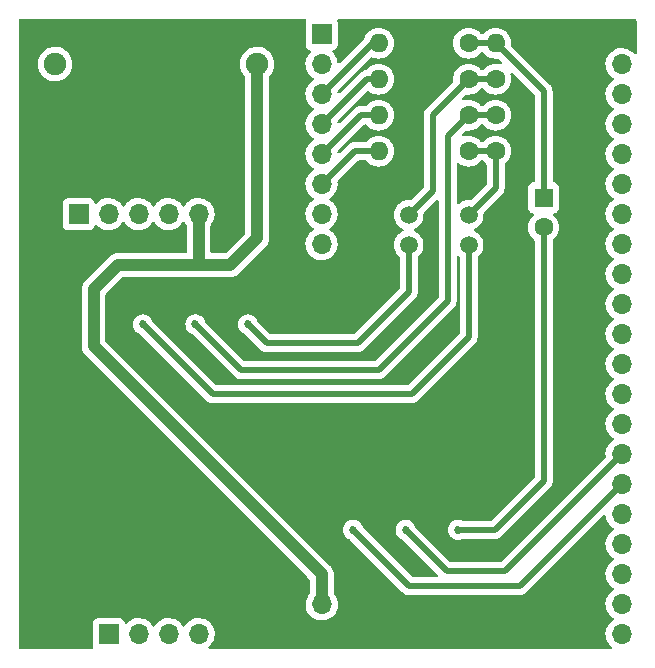
<source format=gbr>
G04 #@! TF.GenerationSoftware,KiCad,Pcbnew,6.0.9+dfsg-1*
G04 #@! TF.CreationDate,2023-03-25T11:37:48-04:00*
G04 #@! TF.ProjectId,fox,666f782e-6b69-4636-9164-5f7063625858,v3.1*
G04 #@! TF.SameCoordinates,Original*
G04 #@! TF.FileFunction,Copper,L1,Top*
G04 #@! TF.FilePolarity,Positive*
%FSLAX46Y46*%
G04 Gerber Fmt 4.6, Leading zero omitted, Abs format (unit mm)*
G04 Created by KiCad (PCBNEW 6.0.9+dfsg-1) date 2023-03-25 11:37:48*
%MOMM*%
%LPD*%
G01*
G04 APERTURE LIST*
G04 #@! TA.AperFunction,ComponentPad*
%ADD10C,1.600000*%
G04 #@! TD*
G04 #@! TA.AperFunction,ComponentPad*
%ADD11O,1.600000X1.600000*%
G04 #@! TD*
G04 #@! TA.AperFunction,ComponentPad*
%ADD12C,1.905000*%
G04 #@! TD*
G04 #@! TA.AperFunction,ComponentPad*
%ADD13R,1.600000X1.600000*%
G04 #@! TD*
G04 #@! TA.AperFunction,ComponentPad*
%ADD14O,1.700000X1.700000*%
G04 #@! TD*
G04 #@! TA.AperFunction,ComponentPad*
%ADD15R,1.700000X1.700000*%
G04 #@! TD*
G04 #@! TA.AperFunction,ComponentPad*
%ADD16R,1.500000X1.500000*%
G04 #@! TD*
G04 #@! TA.AperFunction,ComponentPad*
%ADD17C,1.500000*%
G04 #@! TD*
G04 #@! TA.AperFunction,ComponentPad*
%ADD18C,0.610000*%
G04 #@! TD*
G04 #@! TA.AperFunction,ViaPad*
%ADD19C,0.685800*%
G04 #@! TD*
G04 #@! TA.AperFunction,Conductor*
%ADD20C,0.500000*%
G04 #@! TD*
G04 #@! TA.AperFunction,Conductor*
%ADD21C,1.000000*%
G04 #@! TD*
G04 APERTURE END LIST*
D10*
G04 #@! TO.P,R2,1*
G04 #@! TO.N,GNDREF*
X153162000Y-69850000D03*
D11*
G04 #@! TO.P,R2,2*
G04 #@! TO.N,Net-(C1-Pad1)*
X145542000Y-69850000D03*
G04 #@! TD*
D10*
G04 #@! TO.P,R3,1*
G04 #@! TO.N,Net-(Q1-Pad2)*
X143256000Y-72898000D03*
D11*
G04 #@! TO.P,R3,2*
G04 #@! TO.N,PTT*
X135636000Y-72898000D03*
G04 #@! TD*
D10*
G04 #@! TO.P,R4,1*
G04 #@! TO.N,Net-(Q1-Pad2)*
X145542000Y-72898000D03*
D11*
G04 #@! TO.P,R4,2*
G04 #@! TO.N,GNDREF*
X153162000Y-72898000D03*
G04 #@! TD*
D10*
G04 #@! TO.P,R5,1*
G04 #@! TO.N,Net-(R5-Pad1)*
X143256000Y-75946000D03*
D11*
G04 #@! TO.P,R5,2*
G04 #@! TO.N,PD*
X135636000Y-75946000D03*
G04 #@! TD*
D10*
G04 #@! TO.P,R7,1*
G04 #@! TO.N,Net-(Q2-Pad2)*
X143256000Y-78994000D03*
D11*
G04 #@! TO.P,R7,2*
G04 #@! TO.N,HL*
X135636000Y-78994000D03*
G04 #@! TD*
D10*
G04 #@! TO.P,R8,1*
G04 #@! TO.N,Net-(Q2-Pad2)*
X145542000Y-78994000D03*
D11*
G04 #@! TO.P,R8,2*
G04 #@! TO.N,GNDREF*
X153162000Y-78994000D03*
G04 #@! TD*
D10*
G04 #@! TO.P,R1,1*
G04 #@! TO.N,Net-(C1-Pad1)*
X143256000Y-69850000D03*
D11*
G04 #@! TO.P,R1,2*
G04 #@! TO.N,MIC*
X135636000Y-69850000D03*
G04 #@! TD*
D10*
G04 #@! TO.P,R6,1*
G04 #@! TO.N,Net-(R5-Pad1)*
X145542000Y-75946000D03*
D11*
G04 #@! TO.P,R6,2*
G04 #@! TO.N,GNDREF*
X153162000Y-75946000D03*
G04 #@! TD*
D12*
G04 #@! TO.P,J2,1,Pin_1*
G04 #@! TO.N,+5V*
X125349000Y-71628000D03*
G04 #@! TO.P,J2,2,Pin_2*
G04 #@! TO.N,GNDREF*
X120349000Y-71628000D03*
G04 #@! TD*
D13*
G04 #@! TO.P,C1,1*
G04 #@! TO.N,Net-(C1-Pad1)*
X149606000Y-82945088D03*
D10*
G04 #@! TO.P,C1,2*
G04 #@! TO.N,Net-(C1-Pad2)*
X149606000Y-85445088D03*
G04 #@! TD*
D14*
G04 #@! TO.P,Conn3,5v0,5V*
G04 #@! TO.N,+5V*
X130835000Y-117368000D03*
G04 #@! TO.P,Conn3,GND,GND*
G04 #@! TO.N,GNDREF*
X130835000Y-119908000D03*
G04 #@! TD*
D15*
G04 #@! TO.P,Conn1,1,3V3*
G04 #@! TO.N,unconnected-(Conn1-Pad1)*
X130810000Y-69088000D03*
D14*
G04 #@! TO.P,Conn1,2,GPIO0*
G04 #@! TO.N,unconnected-(Conn1-Pad2)*
X130810000Y-71628000D03*
G04 #@! TO.P,Conn1,3,GPIO1*
G04 #@! TO.N,MIC*
X130810000Y-74168000D03*
G04 #@! TO.P,Conn1,4,GPIO2*
G04 #@! TO.N,PTT*
X130810000Y-76708000D03*
G04 #@! TO.P,Conn1,5,GPIO3*
G04 #@! TO.N,PD*
X130810000Y-79248000D03*
G04 #@! TO.P,Conn1,6,GPIO4*
G04 #@! TO.N,HL*
X130810000Y-81788000D03*
G04 #@! TO.P,Conn1,7,GPIO5*
G04 #@! TO.N,SCL*
X130810000Y-84328000D03*
G04 #@! TO.P,Conn1,8,GPIO6*
G04 #@! TO.N,SDA*
X130810000Y-86868000D03*
G04 #@! TD*
D16*
G04 #@! TO.P,Q1,1,S*
G04 #@! TO.N,GNDREF*
X138176000Y-81864200D03*
D17*
G04 #@! TO.P,Q1,2,G*
G04 #@! TO.N,Net-(Q1-Pad2)*
X138176000Y-84404200D03*
G04 #@! TO.P,Q1,3,D*
G04 #@! TO.N,Net-(Q1-Pad3)*
X138176000Y-86944200D03*
G04 #@! TD*
D16*
G04 #@! TO.P,Q2,1,S*
G04 #@! TO.N,GNDREF*
X143256000Y-81864200D03*
D17*
G04 #@! TO.P,Q2,2,G*
G04 #@! TO.N,Net-(Q2-Pad2)*
X143256000Y-84404200D03*
G04 #@! TO.P,Q2,3,D*
G04 #@! TO.N,Net-(Q2-Pad3)*
X143256000Y-86944200D03*
G04 #@! TD*
D12*
G04 #@! TO.P,J1,1,Pin_1*
G04 #@! TO.N,GNDREF*
X113247800Y-71628000D03*
G04 #@! TO.P,J1,2,Pin_2*
G04 #@! TO.N,Net-(FL1-Pad3)*
X108247800Y-71628000D03*
G04 #@! TD*
D15*
G04 #@! TO.P,Conn2,1,GND*
G04 #@! TO.N,GNDREF*
X156210000Y-69088000D03*
D14*
G04 #@! TO.P,Conn2,2,RST*
G04 #@! TO.N,unconnected-(Conn2-Pad2)*
X156210000Y-71628000D03*
G04 #@! TO.P,Conn2,3,LOG*
G04 #@! TO.N,unconnected-(Conn2-Pad3)*
X156210000Y-74168000D03*
G04 #@! TO.P,Conn2,4,VSPI*
G04 #@! TO.N,unconnected-(Conn2-Pad4)*
X156210000Y-76708000D03*
G04 #@! TO.P,Conn2,5,RX*
G04 #@! TO.N,unconnected-(Conn2-Pad5)*
X156210000Y-79248000D03*
G04 #@! TO.P,Conn2,6,TX*
G04 #@! TO.N,unconnected-(Conn2-Pad6)*
X156210000Y-81788000D03*
G04 #@! TO.P,Conn2,7,GPIO42*
G04 #@! TO.N,unconnected-(Conn2-Pad7)*
X156210000Y-84328000D03*
G04 #@! TO.P,Conn2,8,GPIO41*
G04 #@! TO.N,unconnected-(Conn2-Pad8)*
X156210000Y-86868000D03*
G04 #@! TO.P,Conn2,9,GPIO40*
G04 #@! TO.N,unconnected-(Conn2-Pad9)*
X156210000Y-89408000D03*
G04 #@! TO.P,Conn2,10,GPIO39*
G04 #@! TO.N,unconnected-(Conn2-Pad10)*
X156210000Y-91948000D03*
G04 #@! TO.P,Conn2,11,GPIO38*
G04 #@! TO.N,unconnected-(Conn2-Pad11)*
X156210000Y-94488000D03*
G04 #@! TO.P,Conn2,12,GPIO37*
G04 #@! TO.N,unconnected-(Conn2-Pad12)*
X156210000Y-97028000D03*
G04 #@! TO.P,Conn2,13,GPIO36*
G04 #@! TO.N,unconnected-(Conn2-Pad13)*
X156210000Y-99568000D03*
G04 #@! TO.P,Conn2,14,GPIO35*
G04 #@! TO.N,unconnected-(Conn2-Pad14)*
X156210000Y-102108000D03*
G04 #@! TO.P,Conn2,15,GPIO34*
G04 #@! TO.N,RX*
X156210000Y-104648000D03*
G04 #@! TO.P,Conn2,16,GPIO33*
G04 #@! TO.N,TX*
X156210000Y-107188000D03*
G04 #@! TO.P,Conn2,17,PSRAM*
G04 #@! TO.N,unconnected-(Conn2-Pad17)*
X156210000Y-109728000D03*
G04 #@! TO.P,Conn2,18,GPIO21*
G04 #@! TO.N,unconnected-(Conn2-Pad18)*
X156210000Y-112268000D03*
G04 #@! TO.P,Conn2,19,GPIO20*
G04 #@! TO.N,unconnected-(Conn2-Pad19)*
X156210000Y-114808000D03*
G04 #@! TO.P,Conn2,20,GPIO19*
G04 #@! TO.N,unconnected-(Conn2-Pad20)*
X156210000Y-117348000D03*
G04 #@! TO.P,Conn2,21,LED*
G04 #@! TO.N,unconnected-(Conn2-Pad21)*
X156210000Y-119888000D03*
G04 #@! TD*
G04 #@! TO.P,RTC1,*
G04 #@! TO.N,*
X120406000Y-119888000D03*
X117866000Y-119888000D03*
D15*
X112786000Y-119888000D03*
D14*
X115326000Y-119888000D03*
D15*
G04 #@! TO.P,RTC1,1,32KHZ*
G04 #@! TO.N,unconnected-(RTC1-Pad1)*
X110236000Y-84328000D03*
D14*
G04 #@! TO.P,RTC1,2,~{INT}/SQW*
G04 #@! TO.N,unconnected-(RTC1-Pad2)*
X112776000Y-84328000D03*
G04 #@! TO.P,RTC1,3,SCL*
G04 #@! TO.N,SCL*
X115316000Y-84328000D03*
G04 #@! TO.P,RTC1,4,SDA*
G04 #@! TO.N,SDA*
X117856000Y-84328000D03*
G04 #@! TO.P,RTC1,5,VCC*
G04 #@! TO.N,+5V*
X120396000Y-84328000D03*
G04 #@! TO.P,RTC1,6,GND*
G04 #@! TO.N,GNDREF*
X122936000Y-84328000D03*
G04 #@! TD*
D18*
G04 #@! TO.P,FL1,2,GND*
G04 #@! TO.N,GNDREF*
X106083000Y-115671000D03*
G04 #@! TO.P,FL1,4,GND*
X108293000Y-115671000D03*
G04 #@! TD*
D19*
G04 #@! TO.N,Net-(C1-Pad2)*
X142382000Y-111062000D03*
G04 #@! TO.N,TX*
X133482000Y-111062000D03*
G04 #@! TO.N,RX*
X137932000Y-111062000D03*
G04 #@! TO.N,+5V*
X111506000Y-95504000D03*
G04 #@! TO.N,Net-(Q1-Pad3)*
X124582000Y-93662000D03*
G04 #@! TO.N,Net-(Q2-Pad3)*
X115682000Y-93662000D03*
G04 #@! TO.N,Net-(R5-Pad1)*
X120132000Y-93662000D03*
G04 #@! TO.N,GNDREF*
X139192000Y-71628000D03*
X120904000Y-69342000D03*
X110744000Y-69342000D03*
X117348000Y-98298000D03*
X113284000Y-69342000D03*
X145034000Y-108458000D03*
X110744000Y-76200000D03*
X134874000Y-82296000D03*
X153416000Y-116586000D03*
X138938000Y-118364000D03*
X128270000Y-80010000D03*
X127762000Y-85090000D03*
X114046000Y-86360000D03*
X138684000Y-92456000D03*
X119634000Y-112268000D03*
X130302000Y-111506000D03*
X149860000Y-70358000D03*
X145034000Y-112776000D03*
X153162000Y-100584000D03*
X122936000Y-110744000D03*
X115824000Y-73660000D03*
X128016000Y-115570000D03*
X115316000Y-102870000D03*
X107696000Y-119634000D03*
X143764000Y-118364000D03*
X153162000Y-81534000D03*
X110998000Y-107950000D03*
X153162000Y-96520000D03*
X125730000Y-106172000D03*
X110744000Y-73660000D03*
X120904000Y-73660000D03*
X144526000Y-96774000D03*
X117856000Y-90424000D03*
X114300000Y-116078000D03*
X153416000Y-113030000D03*
X115824000Y-69342000D03*
X113284000Y-76200000D03*
X120904000Y-76200000D03*
X127762000Y-89154000D03*
X123444000Y-76200000D03*
X110998000Y-112268000D03*
X140716000Y-94488000D03*
X153162000Y-92456000D03*
X151892000Y-106172000D03*
X118364000Y-73660000D03*
X118364000Y-76200000D03*
X134874000Y-90424000D03*
X123444000Y-73660000D03*
X123444000Y-69342000D03*
X118364000Y-69342000D03*
X114046000Y-82042000D03*
X153162000Y-88138000D03*
X113284000Y-73660000D03*
X147828000Y-77470000D03*
G04 #@! TD*
D20*
G04 #@! TO.N,Net-(C1-Pad1)*
X149606000Y-82945088D02*
X149606000Y-73914000D01*
X143256000Y-69850000D02*
X145542000Y-69850000D01*
X149606000Y-73914000D02*
X145542000Y-69850000D01*
G04 #@! TO.N,Net-(C1-Pad2)*
X149606000Y-106934000D02*
X145478000Y-111062000D01*
X145478000Y-111062000D02*
X142382000Y-111062000D01*
X149606000Y-85445088D02*
X149606000Y-106934000D01*
G04 #@! TO.N,TX*
X147574000Y-115824000D02*
X138244000Y-115824000D01*
X138244000Y-115824000D02*
X133482000Y-111062000D01*
X156210000Y-107188000D02*
X147574000Y-115824000D01*
G04 #@! TO.N,RX*
X141424000Y-114554000D02*
X137932000Y-111062000D01*
X146304000Y-114554000D02*
X141424000Y-114554000D01*
X156210000Y-104648000D02*
X146304000Y-114554000D01*
G04 #@! TO.N,PD*
X134112000Y-75946000D02*
X135636000Y-75946000D01*
X130810000Y-79248000D02*
X134112000Y-75946000D01*
G04 #@! TO.N,PTT*
X134620000Y-72898000D02*
X135636000Y-72898000D01*
X130810000Y-76708000D02*
X134620000Y-72898000D01*
G04 #@! TO.N,HL*
X133604000Y-78994000D02*
X135636000Y-78994000D01*
X130810000Y-81788000D02*
X133604000Y-78994000D01*
G04 #@! TO.N,Net-(Q1-Pad2)*
X143256000Y-72898000D02*
X145542000Y-72898000D01*
X143256000Y-72898000D02*
X140208000Y-75946000D01*
X140208000Y-82372200D02*
X138176000Y-84404200D01*
X140208000Y-75946000D02*
X140208000Y-82372200D01*
G04 #@! TO.N,Net-(Q2-Pad2)*
X145542000Y-82118200D02*
X145542000Y-78994000D01*
X143256000Y-78994000D02*
X145542000Y-78994000D01*
X143256000Y-84404200D02*
X145542000Y-82118200D01*
D21*
G04 #@! TO.N,+5V*
X111506000Y-90678000D02*
X111506000Y-95504000D01*
X130835000Y-117368000D02*
X130835000Y-114833000D01*
X123063000Y-88646000D02*
X120269000Y-88646000D01*
X120396000Y-88519000D02*
X120269000Y-88646000D01*
X125349000Y-86360000D02*
X123063000Y-88646000D01*
X125349000Y-71628000D02*
X125349000Y-86360000D01*
X120269000Y-88646000D02*
X113538000Y-88646000D01*
X130835000Y-114833000D02*
X111506000Y-95504000D01*
X113538000Y-88646000D02*
X111506000Y-90678000D01*
X120396000Y-84328000D02*
X120396000Y-88519000D01*
D20*
G04 #@! TO.N,Net-(Q1-Pad3)*
X138176000Y-86944200D02*
X138176000Y-90932000D01*
X133858000Y-95250000D02*
X126170000Y-95250000D01*
X138176000Y-90932000D02*
X133858000Y-95250000D01*
X126170000Y-95250000D02*
X124582000Y-93662000D01*
G04 #@! TO.N,Net-(Q2-Pad3)*
X143256000Y-86944200D02*
X143256000Y-94742000D01*
X143256000Y-94742000D02*
X138430000Y-99568000D01*
X138430000Y-99568000D02*
X121588000Y-99568000D01*
X121588000Y-99568000D02*
X115682000Y-93662000D01*
G04 #@! TO.N,Net-(R5-Pad1)*
X143256000Y-75946000D02*
X145542000Y-75946000D01*
X124006000Y-97536000D02*
X120132000Y-93662000D01*
X141478000Y-77724000D02*
X141478000Y-91694000D01*
X141478000Y-91694000D02*
X135636000Y-97536000D01*
X135636000Y-97536000D02*
X124006000Y-97536000D01*
X143256000Y-75946000D02*
X141478000Y-77724000D01*
G04 #@! TO.N,MIC*
X130810000Y-74168000D02*
X135128000Y-69850000D01*
X135128000Y-69850000D02*
X135636000Y-69850000D01*
G04 #@! TD*
G04 #@! TA.AperFunction,Conductor*
G04 #@! TO.N,GNDREF*
G36*
X129460928Y-67838502D02*
G01*
X129507421Y-67892158D01*
X129517525Y-67962432D01*
X129508067Y-67990801D01*
X129509385Y-67991295D01*
X129458255Y-68127684D01*
X129451500Y-68189866D01*
X129451500Y-69986134D01*
X129458255Y-70048316D01*
X129509385Y-70184705D01*
X129596739Y-70301261D01*
X129713295Y-70388615D01*
X129721704Y-70391767D01*
X129721705Y-70391768D01*
X129830451Y-70432535D01*
X129887216Y-70475176D01*
X129911916Y-70541738D01*
X129896709Y-70611087D01*
X129877316Y-70637568D01*
X129823102Y-70694300D01*
X129750629Y-70770138D01*
X129747715Y-70774410D01*
X129747714Y-70774411D01*
X129694581Y-70852301D01*
X129624743Y-70954680D01*
X129609498Y-70987523D01*
X129533700Y-71150817D01*
X129530688Y-71157305D01*
X129470989Y-71372570D01*
X129447251Y-71594695D01*
X129447548Y-71599848D01*
X129447548Y-71599851D01*
X129453011Y-71694590D01*
X129460110Y-71817715D01*
X129461247Y-71822761D01*
X129461248Y-71822767D01*
X129476806Y-71891802D01*
X129509222Y-72035639D01*
X129593266Y-72242616D01*
X129624383Y-72293394D01*
X129681898Y-72387250D01*
X129709987Y-72433088D01*
X129856250Y-72601938D01*
X130028126Y-72744632D01*
X130098595Y-72785811D01*
X130101445Y-72787476D01*
X130150169Y-72839114D01*
X130163240Y-72908897D01*
X130136509Y-72974669D01*
X130096055Y-73008027D01*
X130083607Y-73014507D01*
X130079474Y-73017610D01*
X130079471Y-73017612D01*
X129927917Y-73131402D01*
X129904965Y-73148635D01*
X129750629Y-73310138D01*
X129747715Y-73314410D01*
X129747714Y-73314411D01*
X129725318Y-73347243D01*
X129624743Y-73494680D01*
X129530688Y-73697305D01*
X129470989Y-73912570D01*
X129447251Y-74134695D01*
X129447548Y-74139848D01*
X129447548Y-74139851D01*
X129450996Y-74199645D01*
X129460110Y-74357715D01*
X129461247Y-74362761D01*
X129461248Y-74362767D01*
X129485304Y-74469508D01*
X129509222Y-74575639D01*
X129593266Y-74782616D01*
X129595965Y-74787020D01*
X129687654Y-74936643D01*
X129709987Y-74973088D01*
X129856250Y-75141938D01*
X130028126Y-75284632D01*
X130061938Y-75304390D01*
X130101445Y-75327476D01*
X130150169Y-75379114D01*
X130163240Y-75448897D01*
X130136509Y-75514669D01*
X130096055Y-75548027D01*
X130083607Y-75554507D01*
X130079474Y-75557610D01*
X130079471Y-75557612D01*
X129916721Y-75679808D01*
X129904965Y-75688635D01*
X129750629Y-75850138D01*
X129747715Y-75854410D01*
X129747714Y-75854411D01*
X129662556Y-75979249D01*
X129624743Y-76034680D01*
X129590285Y-76108913D01*
X129557566Y-76179402D01*
X129530688Y-76237305D01*
X129470989Y-76452570D01*
X129447251Y-76674695D01*
X129447548Y-76679848D01*
X129447548Y-76679851D01*
X129454141Y-76794197D01*
X129460110Y-76897715D01*
X129461247Y-76902761D01*
X129461248Y-76902767D01*
X129468318Y-76934138D01*
X129509222Y-77115639D01*
X129593266Y-77322616D01*
X129709987Y-77513088D01*
X129856250Y-77681938D01*
X130028126Y-77824632D01*
X130088025Y-77859634D01*
X130101445Y-77867476D01*
X130150169Y-77919114D01*
X130163240Y-77988897D01*
X130136509Y-78054669D01*
X130096055Y-78088027D01*
X130083607Y-78094507D01*
X130079474Y-78097610D01*
X130079471Y-78097612D01*
X129909100Y-78225530D01*
X129904965Y-78228635D01*
X129859965Y-78275725D01*
X129785610Y-78353533D01*
X129750629Y-78390138D01*
X129747715Y-78394410D01*
X129747714Y-78394411D01*
X129699154Y-78465598D01*
X129624743Y-78574680D01*
X129530688Y-78777305D01*
X129470989Y-78992570D01*
X129447251Y-79214695D01*
X129447548Y-79219848D01*
X129447548Y-79219851D01*
X129449171Y-79248000D01*
X129460110Y-79437715D01*
X129461247Y-79442761D01*
X129461248Y-79442767D01*
X129485304Y-79549508D01*
X129509222Y-79655639D01*
X129544695Y-79742998D01*
X129575679Y-79819303D01*
X129593266Y-79862616D01*
X129595965Y-79867020D01*
X129674298Y-79994848D01*
X129709987Y-80053088D01*
X129856250Y-80221938D01*
X130028126Y-80364632D01*
X130098595Y-80405811D01*
X130101445Y-80407476D01*
X130150169Y-80459114D01*
X130163240Y-80528897D01*
X130136509Y-80594669D01*
X130096055Y-80628027D01*
X130083607Y-80634507D01*
X130079474Y-80637610D01*
X130079471Y-80637612D01*
X130055247Y-80655800D01*
X129904965Y-80768635D01*
X129750629Y-80930138D01*
X129747715Y-80934410D01*
X129747714Y-80934411D01*
X129662556Y-81059249D01*
X129624743Y-81114680D01*
X129530688Y-81317305D01*
X129470989Y-81532570D01*
X129447251Y-81754695D01*
X129447548Y-81759848D01*
X129447548Y-81759851D01*
X129455536Y-81898383D01*
X129460110Y-81977715D01*
X129461247Y-81982761D01*
X129461248Y-81982767D01*
X129481119Y-82070939D01*
X129509222Y-82195639D01*
X129593266Y-82402616D01*
X129623140Y-82451366D01*
X129664883Y-82519484D01*
X129709987Y-82593088D01*
X129856250Y-82761938D01*
X130028126Y-82904632D01*
X130084484Y-82937565D01*
X130101445Y-82947476D01*
X130150169Y-82999114D01*
X130163240Y-83068897D01*
X130136509Y-83134669D01*
X130096055Y-83168027D01*
X130083607Y-83174507D01*
X130079474Y-83177610D01*
X130079471Y-83177612D01*
X129909100Y-83305530D01*
X129904965Y-83308635D01*
X129874083Y-83340951D01*
X129754645Y-83465936D01*
X129750629Y-83470138D01*
X129747720Y-83474403D01*
X129747714Y-83474411D01*
X129670048Y-83588265D01*
X129624743Y-83654680D01*
X129530688Y-83857305D01*
X129470989Y-84072570D01*
X129447251Y-84294695D01*
X129447548Y-84299848D01*
X129447548Y-84299851D01*
X129455565Y-84438890D01*
X129460110Y-84517715D01*
X129461247Y-84522761D01*
X129461248Y-84522767D01*
X129479848Y-84605299D01*
X129509222Y-84735639D01*
X129593266Y-84942616D01*
X129644019Y-85025438D01*
X129707291Y-85128688D01*
X129709987Y-85133088D01*
X129856250Y-85301938D01*
X129917556Y-85352835D01*
X130022081Y-85439613D01*
X130028126Y-85444632D01*
X130038276Y-85450563D01*
X130101445Y-85487476D01*
X130150169Y-85539114D01*
X130163240Y-85608897D01*
X130136509Y-85674669D01*
X130096055Y-85708027D01*
X130083607Y-85714507D01*
X130079474Y-85717610D01*
X130079471Y-85717612D01*
X129985197Y-85788395D01*
X129904965Y-85848635D01*
X129874083Y-85880951D01*
X129754645Y-86005936D01*
X129750629Y-86010138D01*
X129747715Y-86014410D01*
X129747714Y-86014411D01*
X129691478Y-86096850D01*
X129624743Y-86194680D01*
X129530688Y-86397305D01*
X129470989Y-86612570D01*
X129447251Y-86834695D01*
X129447548Y-86839848D01*
X129447548Y-86839851D01*
X129458969Y-87037925D01*
X129460110Y-87057715D01*
X129461247Y-87062761D01*
X129461248Y-87062767D01*
X129472349Y-87112024D01*
X129509222Y-87275639D01*
X129593266Y-87482616D01*
X129595965Y-87487020D01*
X129698107Y-87653701D01*
X129709987Y-87673088D01*
X129856250Y-87841938D01*
X130028126Y-87984632D01*
X130221000Y-88097338D01*
X130429692Y-88177030D01*
X130434760Y-88178061D01*
X130434763Y-88178062D01*
X130539466Y-88199364D01*
X130648597Y-88221567D01*
X130653772Y-88221757D01*
X130653774Y-88221757D01*
X130866673Y-88229564D01*
X130866677Y-88229564D01*
X130871837Y-88229753D01*
X130876957Y-88229097D01*
X130876959Y-88229097D01*
X131088288Y-88202025D01*
X131088289Y-88202025D01*
X131093416Y-88201368D01*
X131100096Y-88199364D01*
X131302429Y-88138661D01*
X131302434Y-88138659D01*
X131307384Y-88137174D01*
X131507994Y-88038896D01*
X131689860Y-87909173D01*
X131699463Y-87899604D01*
X131844435Y-87755137D01*
X131848096Y-87751489D01*
X131851116Y-87747287D01*
X131975435Y-87574277D01*
X131978453Y-87570077D01*
X132007404Y-87511500D01*
X132075136Y-87374453D01*
X132075137Y-87374451D01*
X132077430Y-87369811D01*
X132109900Y-87262940D01*
X132140865Y-87161023D01*
X132140865Y-87161021D01*
X132142370Y-87156069D01*
X132171529Y-86934590D01*
X132173156Y-86868000D01*
X132154852Y-86645361D01*
X132100431Y-86428702D01*
X132011354Y-86223840D01*
X131932427Y-86101837D01*
X131892822Y-86040617D01*
X131892820Y-86040614D01*
X131890014Y-86036277D01*
X131739670Y-85871051D01*
X131735619Y-85867852D01*
X131735615Y-85867848D01*
X131568414Y-85735800D01*
X131568410Y-85735798D01*
X131564359Y-85732598D01*
X131523053Y-85709796D01*
X131473084Y-85659364D01*
X131458312Y-85589921D01*
X131483428Y-85523516D01*
X131510780Y-85496909D01*
X131575755Y-85450563D01*
X131689860Y-85369173D01*
X131848096Y-85211489D01*
X131851116Y-85207287D01*
X131975435Y-85034277D01*
X131978453Y-85030077D01*
X131995372Y-84995845D01*
X132075136Y-84834453D01*
X132075137Y-84834451D01*
X132077430Y-84829811D01*
X132109900Y-84722940D01*
X132140865Y-84621023D01*
X132140865Y-84621021D01*
X132142370Y-84616069D01*
X132171529Y-84394590D01*
X132173156Y-84328000D01*
X132154852Y-84105361D01*
X132100431Y-83888702D01*
X132011354Y-83683840D01*
X131890014Y-83496277D01*
X131739670Y-83331051D01*
X131735619Y-83327852D01*
X131735615Y-83327848D01*
X131568414Y-83195800D01*
X131568410Y-83195798D01*
X131564359Y-83192598D01*
X131523053Y-83169796D01*
X131473084Y-83119364D01*
X131458312Y-83049921D01*
X131483428Y-82983516D01*
X131510780Y-82956909D01*
X131554603Y-82925650D01*
X131689860Y-82829173D01*
X131848096Y-82671489D01*
X131851116Y-82667287D01*
X131975435Y-82494277D01*
X131978453Y-82490077D01*
X131998545Y-82449425D01*
X132075136Y-82294453D01*
X132075137Y-82294451D01*
X132077430Y-82289811D01*
X132132979Y-82106979D01*
X132140865Y-82081023D01*
X132140865Y-82081021D01*
X132142370Y-82076069D01*
X132171529Y-81854590D01*
X132171863Y-81840924D01*
X132173074Y-81791365D01*
X132173074Y-81791361D01*
X132173156Y-81788000D01*
X132155870Y-81577747D01*
X132170223Y-81508219D01*
X132192351Y-81478330D01*
X133881276Y-79789405D01*
X133943588Y-79755379D01*
X133970371Y-79752500D01*
X134504133Y-79752500D01*
X134572254Y-79772502D01*
X134607345Y-79806228D01*
X134629802Y-79838300D01*
X134791700Y-80000198D01*
X134796208Y-80003355D01*
X134796211Y-80003357D01*
X134872807Y-80056990D01*
X134979251Y-80131523D01*
X134984233Y-80133846D01*
X134984238Y-80133849D01*
X135127660Y-80200727D01*
X135186757Y-80228284D01*
X135192065Y-80229706D01*
X135192067Y-80229707D01*
X135402598Y-80286119D01*
X135402600Y-80286119D01*
X135407913Y-80287543D01*
X135636000Y-80307498D01*
X135864087Y-80287543D01*
X135869400Y-80286119D01*
X135869402Y-80286119D01*
X136079933Y-80229707D01*
X136079935Y-80229706D01*
X136085243Y-80228284D01*
X136144340Y-80200727D01*
X136287762Y-80133849D01*
X136287767Y-80133846D01*
X136292749Y-80131523D01*
X136399193Y-80056990D01*
X136475789Y-80003357D01*
X136475792Y-80003355D01*
X136480300Y-80000198D01*
X136642198Y-79838300D01*
X136773523Y-79650749D01*
X136775846Y-79645767D01*
X136775849Y-79645762D01*
X136867961Y-79448225D01*
X136867961Y-79448224D01*
X136870284Y-79443243D01*
X136929543Y-79222087D01*
X136949498Y-78994000D01*
X136929543Y-78765913D01*
X136928110Y-78760564D01*
X136871707Y-78550067D01*
X136871706Y-78550065D01*
X136870284Y-78544757D01*
X136833372Y-78465598D01*
X136775849Y-78342238D01*
X136775846Y-78342233D01*
X136773523Y-78337251D01*
X136642198Y-78149700D01*
X136480300Y-77987802D01*
X136475792Y-77984645D01*
X136475789Y-77984643D01*
X136359927Y-77903516D01*
X136292749Y-77856477D01*
X136287767Y-77854154D01*
X136287762Y-77854151D01*
X136090225Y-77762039D01*
X136090224Y-77762039D01*
X136085243Y-77759716D01*
X136079935Y-77758294D01*
X136079933Y-77758293D01*
X135869402Y-77701881D01*
X135869400Y-77701881D01*
X135864087Y-77700457D01*
X135636000Y-77680502D01*
X135407913Y-77700457D01*
X135402600Y-77701881D01*
X135402598Y-77701881D01*
X135192067Y-77758293D01*
X135192065Y-77758294D01*
X135186757Y-77759716D01*
X135181776Y-77762039D01*
X135181775Y-77762039D01*
X134984238Y-77854151D01*
X134984233Y-77854154D01*
X134979251Y-77856477D01*
X134912073Y-77903516D01*
X134796211Y-77984643D01*
X134796208Y-77984645D01*
X134791700Y-77987802D01*
X134629802Y-78149700D01*
X134607345Y-78181771D01*
X134551890Y-78226099D01*
X134504133Y-78235500D01*
X133671070Y-78235500D01*
X133652120Y-78234067D01*
X133637885Y-78231901D01*
X133637881Y-78231901D01*
X133630651Y-78230801D01*
X133623359Y-78231394D01*
X133623356Y-78231394D01*
X133577982Y-78235085D01*
X133567767Y-78235500D01*
X133559707Y-78235500D01*
X133556073Y-78235924D01*
X133556067Y-78235924D01*
X133543042Y-78237443D01*
X133531480Y-78238791D01*
X133527132Y-78239221D01*
X133454364Y-78245140D01*
X133447403Y-78247395D01*
X133441463Y-78248582D01*
X133435588Y-78249971D01*
X133428319Y-78250818D01*
X133359670Y-78275736D01*
X133355542Y-78277153D01*
X133293064Y-78297393D01*
X133293062Y-78297394D01*
X133286101Y-78299649D01*
X133279846Y-78303445D01*
X133274372Y-78305951D01*
X133268942Y-78308670D01*
X133262063Y-78311167D01*
X133255943Y-78315180D01*
X133255942Y-78315180D01*
X133201024Y-78351186D01*
X133197320Y-78353523D01*
X133134893Y-78391405D01*
X133126516Y-78398803D01*
X133126492Y-78398776D01*
X133123500Y-78401429D01*
X133120267Y-78404132D01*
X133114148Y-78408144D01*
X133060872Y-78464383D01*
X133058494Y-78466825D01*
X132373448Y-79151871D01*
X132311136Y-79185897D01*
X132240321Y-79180832D01*
X132183485Y-79138285D01*
X132158777Y-79073102D01*
X132158642Y-79071463D01*
X132155870Y-79037749D01*
X132170222Y-78968221D01*
X132192351Y-78938330D01*
X134389276Y-76741405D01*
X134451588Y-76707379D01*
X134478371Y-76704500D01*
X134504133Y-76704500D01*
X134572254Y-76724502D01*
X134607345Y-76758228D01*
X134629802Y-76790300D01*
X134791700Y-76952198D01*
X134796208Y-76955355D01*
X134796211Y-76955357D01*
X134874389Y-77010098D01*
X134979251Y-77083523D01*
X134984233Y-77085846D01*
X134984238Y-77085849D01*
X135140330Y-77158635D01*
X135186757Y-77180284D01*
X135192065Y-77181706D01*
X135192067Y-77181707D01*
X135402598Y-77238119D01*
X135402600Y-77238119D01*
X135407913Y-77239543D01*
X135636000Y-77259498D01*
X135864087Y-77239543D01*
X135869400Y-77238119D01*
X135869402Y-77238119D01*
X136079933Y-77181707D01*
X136079935Y-77181706D01*
X136085243Y-77180284D01*
X136131670Y-77158635D01*
X136287762Y-77085849D01*
X136287767Y-77085846D01*
X136292749Y-77083523D01*
X136397611Y-77010098D01*
X136475789Y-76955357D01*
X136475792Y-76955355D01*
X136480300Y-76952198D01*
X136642198Y-76790300D01*
X136653199Y-76774590D01*
X136746857Y-76640832D01*
X136773523Y-76602749D01*
X136775846Y-76597767D01*
X136775849Y-76597762D01*
X136867961Y-76400225D01*
X136867961Y-76400224D01*
X136870284Y-76395243D01*
X136917090Y-76220564D01*
X136928119Y-76179402D01*
X136928119Y-76179400D01*
X136929543Y-76174087D01*
X136949498Y-75946000D01*
X136929543Y-75717913D01*
X136922820Y-75692821D01*
X136871707Y-75502067D01*
X136871706Y-75502065D01*
X136870284Y-75496757D01*
X136845803Y-75444256D01*
X136775849Y-75294238D01*
X136775846Y-75294233D01*
X136773523Y-75289251D01*
X136670373Y-75141938D01*
X136645357Y-75106211D01*
X136645355Y-75106208D01*
X136642198Y-75101700D01*
X136480300Y-74939802D01*
X136475792Y-74936645D01*
X136475789Y-74936643D01*
X136380723Y-74870077D01*
X136292749Y-74808477D01*
X136287767Y-74806154D01*
X136287762Y-74806151D01*
X136090225Y-74714039D01*
X136090224Y-74714039D01*
X136085243Y-74711716D01*
X136079935Y-74710294D01*
X136079933Y-74710293D01*
X135869402Y-74653881D01*
X135869400Y-74653881D01*
X135864087Y-74652457D01*
X135636000Y-74632502D01*
X135407913Y-74652457D01*
X135402600Y-74653881D01*
X135402598Y-74653881D01*
X135192067Y-74710293D01*
X135192065Y-74710294D01*
X135186757Y-74711716D01*
X135181776Y-74714039D01*
X135181775Y-74714039D01*
X134984238Y-74806151D01*
X134984233Y-74806154D01*
X134979251Y-74808477D01*
X134891277Y-74870077D01*
X134796211Y-74936643D01*
X134796208Y-74936645D01*
X134791700Y-74939802D01*
X134629802Y-75101700D01*
X134607345Y-75133771D01*
X134551890Y-75178099D01*
X134504133Y-75187500D01*
X134179069Y-75187500D01*
X134160121Y-75186067D01*
X134152780Y-75184950D01*
X134145883Y-75183901D01*
X134145881Y-75183901D01*
X134138651Y-75182801D01*
X134131359Y-75183394D01*
X134131356Y-75183394D01*
X134085982Y-75187085D01*
X134075767Y-75187500D01*
X134067707Y-75187500D01*
X134054417Y-75189049D01*
X134039493Y-75190789D01*
X134035118Y-75191222D01*
X133969661Y-75196546D01*
X133969658Y-75196547D01*
X133962363Y-75197140D01*
X133955399Y-75199396D01*
X133949440Y-75200587D01*
X133943585Y-75201971D01*
X133936319Y-75202818D01*
X133867673Y-75227735D01*
X133863545Y-75229152D01*
X133801064Y-75249393D01*
X133801062Y-75249394D01*
X133794101Y-75251649D01*
X133787846Y-75255445D01*
X133782372Y-75257951D01*
X133776942Y-75260670D01*
X133770063Y-75263167D01*
X133763943Y-75267180D01*
X133763942Y-75267180D01*
X133709024Y-75303186D01*
X133705320Y-75305523D01*
X133642893Y-75343405D01*
X133634516Y-75350803D01*
X133634492Y-75350776D01*
X133631500Y-75353429D01*
X133628267Y-75356132D01*
X133622148Y-75360144D01*
X133600355Y-75383149D01*
X133568872Y-75416383D01*
X133566494Y-75418825D01*
X132373448Y-76611871D01*
X132311136Y-76645897D01*
X132240321Y-76640832D01*
X132183485Y-76598285D01*
X132158777Y-76533102D01*
X132158642Y-76531463D01*
X132155870Y-76497749D01*
X132170222Y-76428221D01*
X132192351Y-76398330D01*
X134655056Y-73935626D01*
X134717368Y-73901600D01*
X134788184Y-73906665D01*
X134816419Y-73921506D01*
X134979251Y-74035523D01*
X134984233Y-74037846D01*
X134984238Y-74037849D01*
X135181775Y-74129961D01*
X135186757Y-74132284D01*
X135192065Y-74133706D01*
X135192067Y-74133707D01*
X135402598Y-74190119D01*
X135402600Y-74190119D01*
X135407913Y-74191543D01*
X135636000Y-74211498D01*
X135864087Y-74191543D01*
X135869400Y-74190119D01*
X135869402Y-74190119D01*
X136079933Y-74133707D01*
X136079935Y-74133706D01*
X136085243Y-74132284D01*
X136090225Y-74129961D01*
X136287762Y-74037849D01*
X136287767Y-74037846D01*
X136292749Y-74035523D01*
X136428240Y-73940651D01*
X136475789Y-73907357D01*
X136475792Y-73907355D01*
X136480300Y-73904198D01*
X136642198Y-73742300D01*
X136649803Y-73731440D01*
X136752587Y-73584648D01*
X136773523Y-73554749D01*
X136775846Y-73549767D01*
X136775849Y-73549762D01*
X136867961Y-73352225D01*
X136867961Y-73352224D01*
X136870284Y-73347243D01*
X136873223Y-73336277D01*
X136928119Y-73131402D01*
X136928119Y-73131400D01*
X136929543Y-73126087D01*
X136949498Y-72898000D01*
X136929543Y-72669913D01*
X136905646Y-72580727D01*
X136871707Y-72454067D01*
X136871706Y-72454065D01*
X136870284Y-72448757D01*
X136863123Y-72433400D01*
X136775849Y-72246238D01*
X136775846Y-72246233D01*
X136773523Y-72241251D01*
X136651088Y-72066396D01*
X136645357Y-72058211D01*
X136645355Y-72058208D01*
X136642198Y-72053700D01*
X136480300Y-71891802D01*
X136475792Y-71888645D01*
X136475789Y-71888643D01*
X136367112Y-71812547D01*
X136292749Y-71760477D01*
X136287767Y-71758154D01*
X136287762Y-71758151D01*
X136090225Y-71666039D01*
X136090224Y-71666039D01*
X136085243Y-71663716D01*
X136079935Y-71662294D01*
X136079933Y-71662293D01*
X135869402Y-71605881D01*
X135869400Y-71605881D01*
X135864087Y-71604457D01*
X135636000Y-71584502D01*
X135407913Y-71604457D01*
X135402600Y-71605881D01*
X135402598Y-71605881D01*
X135192067Y-71662293D01*
X135192065Y-71662294D01*
X135186757Y-71663716D01*
X135181776Y-71666039D01*
X135181775Y-71666039D01*
X134984238Y-71758151D01*
X134984233Y-71758154D01*
X134979251Y-71760477D01*
X134904888Y-71812547D01*
X134796211Y-71888643D01*
X134796208Y-71888645D01*
X134791700Y-71891802D01*
X134629802Y-72053700D01*
X134626643Y-72058212D01*
X134626641Y-72058214D01*
X134602535Y-72092640D01*
X134547078Y-72136968D01*
X134509540Y-72145953D01*
X134477662Y-72148546D01*
X134477659Y-72148547D01*
X134470364Y-72149140D01*
X134463400Y-72151396D01*
X134457461Y-72152583D01*
X134451590Y-72153970D01*
X134444319Y-72154818D01*
X134437443Y-72157314D01*
X134437434Y-72157316D01*
X134375702Y-72179725D01*
X134371598Y-72181135D01*
X134302101Y-72203648D01*
X134295846Y-72207444D01*
X134290387Y-72209943D01*
X134284939Y-72212671D01*
X134278063Y-72215167D01*
X134217010Y-72255195D01*
X134213327Y-72257519D01*
X134155686Y-72292496D01*
X134155682Y-72292499D01*
X134150893Y-72295405D01*
X134146694Y-72299114D01*
X134146689Y-72299117D01*
X134142516Y-72302803D01*
X134142492Y-72302776D01*
X134139500Y-72305429D01*
X134136267Y-72308132D01*
X134130148Y-72312144D01*
X134125116Y-72317456D01*
X134076872Y-72368383D01*
X134074494Y-72370825D01*
X132373448Y-74071871D01*
X132311136Y-74105897D01*
X132240321Y-74100832D01*
X132183485Y-74058285D01*
X132158777Y-73993102D01*
X132157004Y-73971540D01*
X132155870Y-73957749D01*
X132170222Y-73888221D01*
X132192351Y-73858330D01*
X134974089Y-71076592D01*
X135036401Y-71042566D01*
X135107216Y-71047631D01*
X135116433Y-71051492D01*
X135181768Y-71081958D01*
X135181772Y-71081959D01*
X135186757Y-71084284D01*
X135297335Y-71113914D01*
X135402598Y-71142119D01*
X135402600Y-71142119D01*
X135407913Y-71143543D01*
X135636000Y-71163498D01*
X135864087Y-71143543D01*
X135869400Y-71142119D01*
X135869402Y-71142119D01*
X136079933Y-71085707D01*
X136079935Y-71085706D01*
X136085243Y-71084284D01*
X136101739Y-71076592D01*
X136287762Y-70989849D01*
X136287767Y-70989846D01*
X136292749Y-70987523D01*
X136418303Y-70899609D01*
X136475789Y-70859357D01*
X136475792Y-70859355D01*
X136480300Y-70856198D01*
X136642198Y-70694300D01*
X136773523Y-70506749D01*
X136775846Y-70501767D01*
X136775849Y-70501762D01*
X136867961Y-70304225D01*
X136867961Y-70304224D01*
X136870284Y-70299243D01*
X136872540Y-70290826D01*
X136928119Y-70083402D01*
X136928119Y-70083400D01*
X136929543Y-70078087D01*
X136949498Y-69850000D01*
X136929543Y-69621913D01*
X136870284Y-69400757D01*
X136867961Y-69395775D01*
X136775849Y-69198238D01*
X136775846Y-69198233D01*
X136773523Y-69193251D01*
X136642198Y-69005700D01*
X136480300Y-68843802D01*
X136475792Y-68840645D01*
X136475789Y-68840643D01*
X136397611Y-68785902D01*
X136292749Y-68712477D01*
X136287767Y-68710154D01*
X136287762Y-68710151D01*
X136090225Y-68618039D01*
X136090224Y-68618039D01*
X136085243Y-68615716D01*
X136079935Y-68614294D01*
X136079933Y-68614293D01*
X135869402Y-68557881D01*
X135869400Y-68557881D01*
X135864087Y-68556457D01*
X135636000Y-68536502D01*
X135407913Y-68556457D01*
X135402600Y-68557881D01*
X135402598Y-68557881D01*
X135192067Y-68614293D01*
X135192065Y-68614294D01*
X135186757Y-68615716D01*
X135181776Y-68618039D01*
X135181775Y-68618039D01*
X134984238Y-68710151D01*
X134984233Y-68710154D01*
X134979251Y-68712477D01*
X134874389Y-68785902D01*
X134796211Y-68840643D01*
X134796208Y-68840645D01*
X134791700Y-68843802D01*
X134629802Y-69005700D01*
X134498477Y-69193251D01*
X134496154Y-69198233D01*
X134496151Y-69198238D01*
X134447025Y-69303591D01*
X134401716Y-69400757D01*
X134400293Y-69406067D01*
X134400292Y-69406071D01*
X134372809Y-69508638D01*
X134340197Y-69565122D01*
X132373448Y-71531871D01*
X132311136Y-71565897D01*
X132240321Y-71560832D01*
X132183485Y-71518285D01*
X132158777Y-71453101D01*
X132155276Y-71410521D01*
X132154852Y-71405361D01*
X132100431Y-71188702D01*
X132011354Y-70983840D01*
X131959624Y-70903878D01*
X131892822Y-70800617D01*
X131892820Y-70800614D01*
X131890014Y-70796277D01*
X131886532Y-70792450D01*
X131742798Y-70634488D01*
X131711746Y-70570642D01*
X131720141Y-70500143D01*
X131765317Y-70445375D01*
X131791761Y-70431706D01*
X131898297Y-70391767D01*
X131906705Y-70388615D01*
X132023261Y-70301261D01*
X132110615Y-70184705D01*
X132161745Y-70048316D01*
X132168500Y-69986134D01*
X132168500Y-68189866D01*
X132161745Y-68127684D01*
X132110615Y-67991295D01*
X132113440Y-67990236D01*
X132101505Y-67935640D01*
X132126248Y-67869094D01*
X132183040Y-67826489D01*
X132227193Y-67818500D01*
X157353500Y-67818500D01*
X157421621Y-67838502D01*
X157468114Y-67892158D01*
X157479500Y-67944500D01*
X157479500Y-70678828D01*
X157459498Y-70746949D01*
X157405842Y-70793442D01*
X157335568Y-70803546D01*
X157270988Y-70774052D01*
X157260307Y-70763628D01*
X157143152Y-70634876D01*
X157143142Y-70634867D01*
X157139670Y-70631051D01*
X157135619Y-70627852D01*
X157135615Y-70627848D01*
X156968414Y-70495800D01*
X156968410Y-70495798D01*
X156964359Y-70492598D01*
X156768789Y-70384638D01*
X156763920Y-70382914D01*
X156763916Y-70382912D01*
X156563087Y-70311795D01*
X156563083Y-70311794D01*
X156558212Y-70310069D01*
X156553119Y-70309162D01*
X156553116Y-70309161D01*
X156343373Y-70271800D01*
X156343367Y-70271799D01*
X156338284Y-70270894D01*
X156264452Y-70269992D01*
X156120081Y-70268228D01*
X156120079Y-70268228D01*
X156114911Y-70268165D01*
X155894091Y-70301955D01*
X155681756Y-70371357D01*
X155483607Y-70474507D01*
X155479474Y-70477610D01*
X155479471Y-70477612D01*
X155370208Y-70559649D01*
X155304965Y-70608635D01*
X155150629Y-70770138D01*
X155147715Y-70774410D01*
X155147714Y-70774411D01*
X155094581Y-70852301D01*
X155024743Y-70954680D01*
X155009498Y-70987523D01*
X154933700Y-71150817D01*
X154930688Y-71157305D01*
X154870989Y-71372570D01*
X154847251Y-71594695D01*
X154847548Y-71599848D01*
X154847548Y-71599851D01*
X154853011Y-71694590D01*
X154860110Y-71817715D01*
X154861247Y-71822761D01*
X154861248Y-71822767D01*
X154876806Y-71891802D01*
X154909222Y-72035639D01*
X154993266Y-72242616D01*
X155024383Y-72293394D01*
X155081898Y-72387250D01*
X155109987Y-72433088D01*
X155256250Y-72601938D01*
X155428126Y-72744632D01*
X155498595Y-72785811D01*
X155501445Y-72787476D01*
X155550169Y-72839114D01*
X155563240Y-72908897D01*
X155536509Y-72974669D01*
X155496055Y-73008027D01*
X155483607Y-73014507D01*
X155479474Y-73017610D01*
X155479471Y-73017612D01*
X155327917Y-73131402D01*
X155304965Y-73148635D01*
X155150629Y-73310138D01*
X155147715Y-73314410D01*
X155147714Y-73314411D01*
X155125318Y-73347243D01*
X155024743Y-73494680D01*
X154930688Y-73697305D01*
X154870989Y-73912570D01*
X154847251Y-74134695D01*
X154847548Y-74139848D01*
X154847548Y-74139851D01*
X154850996Y-74199645D01*
X154860110Y-74357715D01*
X154861247Y-74362761D01*
X154861248Y-74362767D01*
X154885304Y-74469508D01*
X154909222Y-74575639D01*
X154993266Y-74782616D01*
X154995965Y-74787020D01*
X155087654Y-74936643D01*
X155109987Y-74973088D01*
X155256250Y-75141938D01*
X155428126Y-75284632D01*
X155461938Y-75304390D01*
X155501445Y-75327476D01*
X155550169Y-75379114D01*
X155563240Y-75448897D01*
X155536509Y-75514669D01*
X155496055Y-75548027D01*
X155483607Y-75554507D01*
X155479474Y-75557610D01*
X155479471Y-75557612D01*
X155316721Y-75679808D01*
X155304965Y-75688635D01*
X155150629Y-75850138D01*
X155147715Y-75854410D01*
X155147714Y-75854411D01*
X155062556Y-75979249D01*
X155024743Y-76034680D01*
X154990285Y-76108913D01*
X154957566Y-76179402D01*
X154930688Y-76237305D01*
X154870989Y-76452570D01*
X154847251Y-76674695D01*
X154847548Y-76679848D01*
X154847548Y-76679851D01*
X154854141Y-76794197D01*
X154860110Y-76897715D01*
X154861247Y-76902761D01*
X154861248Y-76902767D01*
X154868318Y-76934138D01*
X154909222Y-77115639D01*
X154993266Y-77322616D01*
X155109987Y-77513088D01*
X155256250Y-77681938D01*
X155428126Y-77824632D01*
X155488025Y-77859634D01*
X155501445Y-77867476D01*
X155550169Y-77919114D01*
X155563240Y-77988897D01*
X155536509Y-78054669D01*
X155496055Y-78088027D01*
X155483607Y-78094507D01*
X155479474Y-78097610D01*
X155479471Y-78097612D01*
X155309100Y-78225530D01*
X155304965Y-78228635D01*
X155259965Y-78275725D01*
X155185610Y-78353533D01*
X155150629Y-78390138D01*
X155147715Y-78394410D01*
X155147714Y-78394411D01*
X155099154Y-78465598D01*
X155024743Y-78574680D01*
X154930688Y-78777305D01*
X154870989Y-78992570D01*
X154847251Y-79214695D01*
X154847548Y-79219848D01*
X154847548Y-79219851D01*
X154849171Y-79248000D01*
X154860110Y-79437715D01*
X154861247Y-79442761D01*
X154861248Y-79442767D01*
X154885304Y-79549508D01*
X154909222Y-79655639D01*
X154944695Y-79742998D01*
X154975679Y-79819303D01*
X154993266Y-79862616D01*
X154995965Y-79867020D01*
X155074298Y-79994848D01*
X155109987Y-80053088D01*
X155256250Y-80221938D01*
X155428126Y-80364632D01*
X155498595Y-80405811D01*
X155501445Y-80407476D01*
X155550169Y-80459114D01*
X155563240Y-80528897D01*
X155536509Y-80594669D01*
X155496055Y-80628027D01*
X155483607Y-80634507D01*
X155479474Y-80637610D01*
X155479471Y-80637612D01*
X155455247Y-80655800D01*
X155304965Y-80768635D01*
X155150629Y-80930138D01*
X155147715Y-80934410D01*
X155147714Y-80934411D01*
X155062556Y-81059249D01*
X155024743Y-81114680D01*
X154930688Y-81317305D01*
X154870989Y-81532570D01*
X154847251Y-81754695D01*
X154847548Y-81759848D01*
X154847548Y-81759851D01*
X154855536Y-81898383D01*
X154860110Y-81977715D01*
X154861247Y-81982761D01*
X154861248Y-81982767D01*
X154881119Y-82070939D01*
X154909222Y-82195639D01*
X154993266Y-82402616D01*
X155023140Y-82451366D01*
X155064883Y-82519484D01*
X155109987Y-82593088D01*
X155256250Y-82761938D01*
X155428126Y-82904632D01*
X155484484Y-82937565D01*
X155501445Y-82947476D01*
X155550169Y-82999114D01*
X155563240Y-83068897D01*
X155536509Y-83134669D01*
X155496055Y-83168027D01*
X155483607Y-83174507D01*
X155479474Y-83177610D01*
X155479471Y-83177612D01*
X155309100Y-83305530D01*
X155304965Y-83308635D01*
X155274083Y-83340951D01*
X155154645Y-83465936D01*
X155150629Y-83470138D01*
X155147720Y-83474403D01*
X155147714Y-83474411D01*
X155070048Y-83588265D01*
X155024743Y-83654680D01*
X154930688Y-83857305D01*
X154870989Y-84072570D01*
X154847251Y-84294695D01*
X154847548Y-84299848D01*
X154847548Y-84299851D01*
X154855565Y-84438890D01*
X154860110Y-84517715D01*
X154861247Y-84522761D01*
X154861248Y-84522767D01*
X154879848Y-84605299D01*
X154909222Y-84735639D01*
X154993266Y-84942616D01*
X155044019Y-85025438D01*
X155107291Y-85128688D01*
X155109987Y-85133088D01*
X155256250Y-85301938D01*
X155317556Y-85352835D01*
X155422081Y-85439613D01*
X155428126Y-85444632D01*
X155438276Y-85450563D01*
X155501445Y-85487476D01*
X155550169Y-85539114D01*
X155563240Y-85608897D01*
X155536509Y-85674669D01*
X155496055Y-85708027D01*
X155483607Y-85714507D01*
X155479474Y-85717610D01*
X155479471Y-85717612D01*
X155385197Y-85788395D01*
X155304965Y-85848635D01*
X155274083Y-85880951D01*
X155154645Y-86005936D01*
X155150629Y-86010138D01*
X155147715Y-86014410D01*
X155147714Y-86014411D01*
X155091478Y-86096850D01*
X155024743Y-86194680D01*
X154930688Y-86397305D01*
X154870989Y-86612570D01*
X154847251Y-86834695D01*
X154847548Y-86839848D01*
X154847548Y-86839851D01*
X154858969Y-87037925D01*
X154860110Y-87057715D01*
X154861247Y-87062761D01*
X154861248Y-87062767D01*
X154872349Y-87112024D01*
X154909222Y-87275639D01*
X154993266Y-87482616D01*
X154995965Y-87487020D01*
X155098107Y-87653701D01*
X155109987Y-87673088D01*
X155256250Y-87841938D01*
X155428126Y-87984632D01*
X155467173Y-88007449D01*
X155501445Y-88027476D01*
X155550169Y-88079114D01*
X155563240Y-88148897D01*
X155536509Y-88214669D01*
X155496055Y-88248027D01*
X155483607Y-88254507D01*
X155479474Y-88257610D01*
X155479471Y-88257612D01*
X155455247Y-88275800D01*
X155304965Y-88388635D01*
X155150629Y-88550138D01*
X155147715Y-88554410D01*
X155147714Y-88554411D01*
X155062556Y-88679249D01*
X155024743Y-88734680D01*
X154930688Y-88937305D01*
X154870989Y-89152570D01*
X154847251Y-89374695D01*
X154847548Y-89379848D01*
X154847548Y-89379851D01*
X154859355Y-89584629D01*
X154860110Y-89597715D01*
X154861247Y-89602761D01*
X154861248Y-89602767D01*
X154873873Y-89658787D01*
X154909222Y-89815639D01*
X154993266Y-90022616D01*
X154995965Y-90027020D01*
X155099962Y-90196728D01*
X155109987Y-90213088D01*
X155256250Y-90381938D01*
X155428126Y-90524632D01*
X155498284Y-90565629D01*
X155501445Y-90567476D01*
X155550169Y-90619114D01*
X155563240Y-90688897D01*
X155536509Y-90754669D01*
X155496055Y-90788027D01*
X155483607Y-90794507D01*
X155479474Y-90797610D01*
X155479471Y-90797612D01*
X155315428Y-90920779D01*
X155304965Y-90928635D01*
X155150629Y-91090138D01*
X155147715Y-91094410D01*
X155147714Y-91094411D01*
X155094070Y-91173050D01*
X155024743Y-91274680D01*
X155000615Y-91326659D01*
X154946744Y-91442716D01*
X154930688Y-91477305D01*
X154870989Y-91692570D01*
X154847251Y-91914695D01*
X154847548Y-91919848D01*
X154847548Y-91919851D01*
X154849124Y-91947180D01*
X154860110Y-92137715D01*
X154861247Y-92142761D01*
X154861248Y-92142767D01*
X154876903Y-92212232D01*
X154909222Y-92355639D01*
X154993266Y-92562616D01*
X155109987Y-92753088D01*
X155256250Y-92921938D01*
X155428126Y-93064632D01*
X155498595Y-93105811D01*
X155501445Y-93107476D01*
X155550169Y-93159114D01*
X155563240Y-93228897D01*
X155536509Y-93294669D01*
X155496055Y-93328027D01*
X155483607Y-93334507D01*
X155479474Y-93337610D01*
X155479471Y-93337612D01*
X155309100Y-93465530D01*
X155304965Y-93468635D01*
X155150629Y-93630138D01*
X155147715Y-93634410D01*
X155147714Y-93634411D01*
X155124416Y-93668565D01*
X155024743Y-93814680D01*
X154977715Y-93915993D01*
X154933985Y-94010203D01*
X154930688Y-94017305D01*
X154870989Y-94232570D01*
X154847251Y-94454695D01*
X154847548Y-94459848D01*
X154847548Y-94459851D01*
X154849207Y-94488621D01*
X154860110Y-94677715D01*
X154861247Y-94682761D01*
X154861248Y-94682767D01*
X154871679Y-94729050D01*
X154909222Y-94895639D01*
X154993266Y-95102616D01*
X154995965Y-95107020D01*
X155083343Y-95249608D01*
X155109987Y-95293088D01*
X155256250Y-95461938D01*
X155366861Y-95553769D01*
X155419130Y-95597163D01*
X155428126Y-95604632D01*
X155498595Y-95645811D01*
X155501445Y-95647476D01*
X155550169Y-95699114D01*
X155563240Y-95768897D01*
X155536509Y-95834669D01*
X155496055Y-95868027D01*
X155483607Y-95874507D01*
X155479474Y-95877610D01*
X155479471Y-95877612D01*
X155309525Y-96005211D01*
X155304965Y-96008635D01*
X155150629Y-96170138D01*
X155147715Y-96174410D01*
X155147714Y-96174411D01*
X155095420Y-96251071D01*
X155024743Y-96354680D01*
X154930688Y-96557305D01*
X154870989Y-96772570D01*
X154847251Y-96994695D01*
X154860110Y-97217715D01*
X154861247Y-97222761D01*
X154861248Y-97222767D01*
X154885304Y-97329508D01*
X154909222Y-97435639D01*
X154993266Y-97642616D01*
X155109987Y-97833088D01*
X155256250Y-98001938D01*
X155428126Y-98144632D01*
X155482605Y-98176467D01*
X155501445Y-98187476D01*
X155550169Y-98239114D01*
X155563240Y-98308897D01*
X155536509Y-98374669D01*
X155496055Y-98408027D01*
X155483607Y-98414507D01*
X155479474Y-98417610D01*
X155479471Y-98417612D01*
X155455247Y-98435800D01*
X155304965Y-98548635D01*
X155150629Y-98710138D01*
X155147715Y-98714410D01*
X155147714Y-98714411D01*
X155108024Y-98772595D01*
X155024743Y-98894680D01*
X154930688Y-99097305D01*
X154870989Y-99312570D01*
X154847251Y-99534695D01*
X154860110Y-99757715D01*
X154861247Y-99762761D01*
X154861248Y-99762767D01*
X154885304Y-99869508D01*
X154909222Y-99975639D01*
X154958752Y-100097617D01*
X154986876Y-100166878D01*
X154993266Y-100182616D01*
X155009693Y-100209423D01*
X155075895Y-100317454D01*
X155109987Y-100373088D01*
X155256250Y-100541938D01*
X155428126Y-100684632D01*
X155498595Y-100725811D01*
X155501445Y-100727476D01*
X155550169Y-100779114D01*
X155563240Y-100848897D01*
X155536509Y-100914669D01*
X155496055Y-100948027D01*
X155483607Y-100954507D01*
X155479474Y-100957610D01*
X155479471Y-100957612D01*
X155455247Y-100975800D01*
X155304965Y-101088635D01*
X155150629Y-101250138D01*
X155147715Y-101254410D01*
X155147714Y-101254411D01*
X155062556Y-101379249D01*
X155024743Y-101434680D01*
X154930688Y-101637305D01*
X154870989Y-101852570D01*
X154847251Y-102074695D01*
X154860110Y-102297715D01*
X154861247Y-102302761D01*
X154861248Y-102302767D01*
X154885304Y-102409508D01*
X154909222Y-102515639D01*
X154993266Y-102722616D01*
X155109987Y-102913088D01*
X155256250Y-103081938D01*
X155428126Y-103224632D01*
X155498595Y-103265811D01*
X155501445Y-103267476D01*
X155550169Y-103319114D01*
X155563240Y-103388897D01*
X155536509Y-103454669D01*
X155496055Y-103488027D01*
X155483607Y-103494507D01*
X155479474Y-103497610D01*
X155479471Y-103497612D01*
X155455247Y-103515800D01*
X155304965Y-103628635D01*
X155150629Y-103790138D01*
X155147715Y-103794410D01*
X155147714Y-103794411D01*
X155062556Y-103919249D01*
X155024743Y-103974680D01*
X154930688Y-104177305D01*
X154870989Y-104392570D01*
X154847251Y-104614695D01*
X154860110Y-104837715D01*
X154861247Y-104842760D01*
X154861966Y-104847877D01*
X154860518Y-104848081D01*
X154856398Y-104912274D01*
X154827119Y-104958200D01*
X146026724Y-113758595D01*
X145964412Y-113792621D01*
X145937629Y-113795500D01*
X141790371Y-113795500D01*
X141722250Y-113775498D01*
X141701276Y-113758595D01*
X138763190Y-110820509D01*
X138732452Y-110770350D01*
X138716119Y-110720082D01*
X138714077Y-110713797D01*
X138704975Y-110698031D01*
X138678134Y-110651542D01*
X138624591Y-110558803D01*
X138597477Y-110528689D01*
X138509258Y-110430712D01*
X138509257Y-110430711D01*
X138504836Y-110425801D01*
X138396404Y-110347020D01*
X138365387Y-110324485D01*
X138365386Y-110324484D01*
X138360045Y-110320604D01*
X138354017Y-110317920D01*
X138354015Y-110317919D01*
X138202577Y-110250495D01*
X138202576Y-110250495D01*
X138196546Y-110247810D01*
X138109016Y-110229205D01*
X138027943Y-110211972D01*
X138027939Y-110211972D01*
X138021486Y-110210600D01*
X137842514Y-110210600D01*
X137836061Y-110211972D01*
X137836057Y-110211972D01*
X137754984Y-110229205D01*
X137667454Y-110247810D01*
X137661424Y-110250495D01*
X137661423Y-110250495D01*
X137509985Y-110317919D01*
X137509983Y-110317920D01*
X137503955Y-110320604D01*
X137498614Y-110324484D01*
X137498613Y-110324485D01*
X137467597Y-110347020D01*
X137359164Y-110425801D01*
X137354743Y-110430711D01*
X137354742Y-110430712D01*
X137266524Y-110528689D01*
X137239409Y-110558803D01*
X137185866Y-110651542D01*
X137159026Y-110698031D01*
X137149923Y-110713797D01*
X137094618Y-110884009D01*
X137093928Y-110890572D01*
X137093928Y-110890573D01*
X137088826Y-110939114D01*
X137075910Y-111062000D01*
X137094618Y-111239991D01*
X137096658Y-111246269D01*
X137096658Y-111246270D01*
X137098641Y-111252373D01*
X137149923Y-111410203D01*
X137239409Y-111565197D01*
X137243827Y-111570104D01*
X137243828Y-111570105D01*
X137265955Y-111594680D01*
X137359164Y-111698199D01*
X137364506Y-111702080D01*
X137364508Y-111702082D01*
X137489109Y-111792610D01*
X137503955Y-111803396D01*
X137509983Y-111806080D01*
X137509985Y-111806081D01*
X137657037Y-111871552D01*
X137694883Y-111897564D01*
X140647724Y-114850405D01*
X140681750Y-114912717D01*
X140676685Y-114983532D01*
X140634138Y-115040368D01*
X140567618Y-115065179D01*
X140558629Y-115065500D01*
X138610371Y-115065500D01*
X138542250Y-115045498D01*
X138521276Y-115028595D01*
X134313190Y-110820509D01*
X134282452Y-110770350D01*
X134266119Y-110720082D01*
X134264077Y-110713797D01*
X134254975Y-110698031D01*
X134228134Y-110651542D01*
X134174591Y-110558803D01*
X134147477Y-110528689D01*
X134059258Y-110430712D01*
X134059257Y-110430711D01*
X134054836Y-110425801D01*
X133946404Y-110347020D01*
X133915387Y-110324485D01*
X133915386Y-110324484D01*
X133910045Y-110320604D01*
X133904017Y-110317920D01*
X133904015Y-110317919D01*
X133752577Y-110250495D01*
X133752576Y-110250495D01*
X133746546Y-110247810D01*
X133659016Y-110229205D01*
X133577943Y-110211972D01*
X133577939Y-110211972D01*
X133571486Y-110210600D01*
X133392514Y-110210600D01*
X133386061Y-110211972D01*
X133386057Y-110211972D01*
X133304984Y-110229205D01*
X133217454Y-110247810D01*
X133211424Y-110250495D01*
X133211423Y-110250495D01*
X133059985Y-110317919D01*
X133059983Y-110317920D01*
X133053955Y-110320604D01*
X133048614Y-110324484D01*
X133048613Y-110324485D01*
X133017597Y-110347020D01*
X132909164Y-110425801D01*
X132904743Y-110430711D01*
X132904742Y-110430712D01*
X132816524Y-110528689D01*
X132789409Y-110558803D01*
X132735866Y-110651542D01*
X132709026Y-110698031D01*
X132699923Y-110713797D01*
X132644618Y-110884009D01*
X132643928Y-110890572D01*
X132643928Y-110890573D01*
X132638826Y-110939114D01*
X132625910Y-111062000D01*
X132644618Y-111239991D01*
X132646658Y-111246269D01*
X132646658Y-111246270D01*
X132648641Y-111252373D01*
X132699923Y-111410203D01*
X132789409Y-111565197D01*
X132793827Y-111570104D01*
X132793828Y-111570105D01*
X132815955Y-111594680D01*
X132909164Y-111698199D01*
X132914506Y-111702080D01*
X132914508Y-111702082D01*
X133039109Y-111792610D01*
X133053955Y-111803396D01*
X133059983Y-111806080D01*
X133059985Y-111806081D01*
X133207037Y-111871552D01*
X133244883Y-111897564D01*
X137660230Y-116312911D01*
X137672616Y-116327323D01*
X137681149Y-116338918D01*
X137681154Y-116338923D01*
X137685492Y-116344818D01*
X137691070Y-116349557D01*
X137691073Y-116349560D01*
X137725768Y-116379035D01*
X137733284Y-116385965D01*
X137738979Y-116391660D01*
X137741861Y-116393940D01*
X137761251Y-116409281D01*
X137764655Y-116412072D01*
X137814703Y-116454591D01*
X137820285Y-116459333D01*
X137826801Y-116462661D01*
X137831850Y-116466028D01*
X137836979Y-116469195D01*
X137842716Y-116473734D01*
X137908875Y-116504655D01*
X137912769Y-116506558D01*
X137977808Y-116539769D01*
X137984916Y-116541508D01*
X137990559Y-116543607D01*
X137996322Y-116545524D01*
X138002950Y-116548622D01*
X138010112Y-116550112D01*
X138010113Y-116550112D01*
X138074412Y-116563486D01*
X138078696Y-116564456D01*
X138149610Y-116581808D01*
X138155212Y-116582156D01*
X138155215Y-116582156D01*
X138160764Y-116582500D01*
X138160762Y-116582536D01*
X138164755Y-116582775D01*
X138168947Y-116583149D01*
X138176115Y-116584640D01*
X138253520Y-116582546D01*
X138256928Y-116582500D01*
X147506930Y-116582500D01*
X147525880Y-116583933D01*
X147540115Y-116586099D01*
X147540119Y-116586099D01*
X147547349Y-116587199D01*
X147554641Y-116586606D01*
X147554644Y-116586606D01*
X147600018Y-116582915D01*
X147610233Y-116582500D01*
X147618293Y-116582500D01*
X147635680Y-116580473D01*
X147646507Y-116579211D01*
X147650882Y-116578778D01*
X147716339Y-116573454D01*
X147716342Y-116573453D01*
X147723637Y-116572860D01*
X147730601Y-116570604D01*
X147736560Y-116569413D01*
X147742415Y-116568029D01*
X147749681Y-116567182D01*
X147818327Y-116542265D01*
X147822455Y-116540848D01*
X147884936Y-116520607D01*
X147884938Y-116520606D01*
X147891899Y-116518351D01*
X147898154Y-116514555D01*
X147903628Y-116512049D01*
X147909058Y-116509330D01*
X147915937Y-116506833D01*
X147947101Y-116486401D01*
X147976976Y-116466814D01*
X147980680Y-116464477D01*
X148043107Y-116426595D01*
X148051484Y-116419197D01*
X148051508Y-116419224D01*
X148054500Y-116416571D01*
X148057733Y-116413868D01*
X148063852Y-116409856D01*
X148117128Y-116353617D01*
X148119506Y-116351175D01*
X154644656Y-109826025D01*
X154706968Y-109791999D01*
X154777783Y-109797064D01*
X154834619Y-109839611D01*
X154859542Y-109907865D01*
X154860110Y-109917715D01*
X154861247Y-109922761D01*
X154861248Y-109922767D01*
X154885304Y-110029508D01*
X154909222Y-110135639D01*
X154993266Y-110342616D01*
X155109987Y-110533088D01*
X155256250Y-110701938D01*
X155428126Y-110844632D01*
X155484767Y-110877730D01*
X155501445Y-110887476D01*
X155550169Y-110939114D01*
X155563240Y-111008897D01*
X155536509Y-111074669D01*
X155496055Y-111108027D01*
X155483607Y-111114507D01*
X155479474Y-111117610D01*
X155479471Y-111117612D01*
X155309100Y-111245530D01*
X155304965Y-111248635D01*
X155150629Y-111410138D01*
X155147715Y-111414410D01*
X155147714Y-111414411D01*
X155062556Y-111539249D01*
X155024743Y-111594680D01*
X155000060Y-111647856D01*
X154938593Y-111780276D01*
X154930688Y-111797305D01*
X154870989Y-112012570D01*
X154847251Y-112234695D01*
X154860110Y-112457715D01*
X154861247Y-112462761D01*
X154861248Y-112462767D01*
X154885304Y-112569508D01*
X154909222Y-112675639D01*
X154993266Y-112882616D01*
X155109987Y-113073088D01*
X155256250Y-113241938D01*
X155428126Y-113384632D01*
X155498595Y-113425811D01*
X155501445Y-113427476D01*
X155550169Y-113479114D01*
X155563240Y-113548897D01*
X155536509Y-113614669D01*
X155496055Y-113648027D01*
X155483607Y-113654507D01*
X155479474Y-113657610D01*
X155479471Y-113657612D01*
X155309100Y-113785530D01*
X155304965Y-113788635D01*
X155150629Y-113950138D01*
X155147715Y-113954410D01*
X155147714Y-113954411D01*
X155062556Y-114079249D01*
X155024743Y-114134680D01*
X154994833Y-114199116D01*
X154960716Y-114272616D01*
X154930688Y-114337305D01*
X154870989Y-114552570D01*
X154847251Y-114774695D01*
X154847548Y-114779848D01*
X154847548Y-114779851D01*
X154855209Y-114912717D01*
X154860110Y-114997715D01*
X154861247Y-115002761D01*
X154861248Y-115002767D01*
X154871815Y-115049655D01*
X154909222Y-115215639D01*
X154993266Y-115422616D01*
X155109987Y-115613088D01*
X155256250Y-115781938D01*
X155428126Y-115924632D01*
X155498595Y-115965811D01*
X155501445Y-115967476D01*
X155550169Y-116019114D01*
X155563240Y-116088897D01*
X155536509Y-116154669D01*
X155496055Y-116188027D01*
X155483607Y-116194507D01*
X155479474Y-116197610D01*
X155479471Y-116197612D01*
X155455247Y-116215800D01*
X155304965Y-116328635D01*
X155256802Y-116379035D01*
X155174069Y-116465610D01*
X155150629Y-116490138D01*
X155147715Y-116494410D01*
X155147714Y-116494411D01*
X155087436Y-116582775D01*
X155024743Y-116674680D01*
X154930688Y-116877305D01*
X154870989Y-117092570D01*
X154847251Y-117314695D01*
X154847548Y-117319848D01*
X154847548Y-117319851D01*
X154853971Y-117431240D01*
X154860110Y-117537715D01*
X154861247Y-117542761D01*
X154861248Y-117542767D01*
X154885304Y-117649508D01*
X154909222Y-117755639D01*
X154993266Y-117962616D01*
X155109987Y-118153088D01*
X155256250Y-118321938D01*
X155428126Y-118464632D01*
X155462352Y-118484632D01*
X155501445Y-118507476D01*
X155550169Y-118559114D01*
X155563240Y-118628897D01*
X155536509Y-118694669D01*
X155496055Y-118728027D01*
X155483607Y-118734507D01*
X155479474Y-118737610D01*
X155479471Y-118737612D01*
X155309100Y-118865530D01*
X155304965Y-118868635D01*
X155265203Y-118910243D01*
X155193729Y-118985037D01*
X155150629Y-119030138D01*
X155147720Y-119034403D01*
X155147714Y-119034411D01*
X155062556Y-119159249D01*
X155024743Y-119214680D01*
X154930688Y-119417305D01*
X154870989Y-119632570D01*
X154847251Y-119854695D01*
X154847548Y-119859848D01*
X154847548Y-119859851D01*
X154853011Y-119954590D01*
X154860110Y-120077715D01*
X154861247Y-120082761D01*
X154861248Y-120082767D01*
X154881119Y-120170939D01*
X154909222Y-120295639D01*
X154993266Y-120502616D01*
X155044019Y-120585438D01*
X155107291Y-120688688D01*
X155109987Y-120693088D01*
X155256250Y-120861938D01*
X155337235Y-120929173D01*
X155343719Y-120934556D01*
X155383354Y-120993458D01*
X155384852Y-121064439D01*
X155347738Y-121124962D01*
X155283793Y-121155811D01*
X155263234Y-121157500D01*
X121359326Y-121157500D01*
X121291205Y-121137498D01*
X121244712Y-121083842D01*
X121234608Y-121013568D01*
X121264102Y-120948988D01*
X121278000Y-120935260D01*
X121281646Y-120932179D01*
X121285860Y-120929173D01*
X121444096Y-120771489D01*
X121447116Y-120767287D01*
X121571435Y-120594277D01*
X121574453Y-120590077D01*
X121595320Y-120547857D01*
X121671136Y-120394453D01*
X121671137Y-120394451D01*
X121673430Y-120389811D01*
X121738370Y-120176069D01*
X121767529Y-119954590D01*
X121769156Y-119888000D01*
X121750852Y-119665361D01*
X121696431Y-119448702D01*
X121607354Y-119243840D01*
X121486014Y-119056277D01*
X121335670Y-118891051D01*
X121331619Y-118887852D01*
X121331615Y-118887848D01*
X121164414Y-118755800D01*
X121164410Y-118755798D01*
X121160359Y-118752598D01*
X120964789Y-118644638D01*
X120959920Y-118642914D01*
X120959916Y-118642912D01*
X120759087Y-118571795D01*
X120759083Y-118571794D01*
X120754212Y-118570069D01*
X120749119Y-118569162D01*
X120749116Y-118569161D01*
X120539373Y-118531800D01*
X120539367Y-118531799D01*
X120534284Y-118530894D01*
X120460452Y-118529992D01*
X120316081Y-118528228D01*
X120316079Y-118528228D01*
X120310911Y-118528165D01*
X120090091Y-118561955D01*
X119877756Y-118631357D01*
X119679607Y-118734507D01*
X119675474Y-118737610D01*
X119675471Y-118737612D01*
X119505100Y-118865530D01*
X119500965Y-118868635D01*
X119461203Y-118910243D01*
X119389729Y-118985037D01*
X119346629Y-119030138D01*
X119239201Y-119187621D01*
X119184293Y-119232621D01*
X119113768Y-119240792D01*
X119050021Y-119209538D01*
X119029324Y-119185054D01*
X118948822Y-119060617D01*
X118948820Y-119060614D01*
X118946014Y-119056277D01*
X118795670Y-118891051D01*
X118791619Y-118887852D01*
X118791615Y-118887848D01*
X118624414Y-118755800D01*
X118624410Y-118755798D01*
X118620359Y-118752598D01*
X118424789Y-118644638D01*
X118419920Y-118642914D01*
X118419916Y-118642912D01*
X118219087Y-118571795D01*
X118219083Y-118571794D01*
X118214212Y-118570069D01*
X118209119Y-118569162D01*
X118209116Y-118569161D01*
X117999373Y-118531800D01*
X117999367Y-118531799D01*
X117994284Y-118530894D01*
X117920452Y-118529992D01*
X117776081Y-118528228D01*
X117776079Y-118528228D01*
X117770911Y-118528165D01*
X117550091Y-118561955D01*
X117337756Y-118631357D01*
X117139607Y-118734507D01*
X117135474Y-118737610D01*
X117135471Y-118737612D01*
X116965100Y-118865530D01*
X116960965Y-118868635D01*
X116921203Y-118910243D01*
X116849729Y-118985037D01*
X116806629Y-119030138D01*
X116699201Y-119187621D01*
X116644293Y-119232621D01*
X116573768Y-119240792D01*
X116510021Y-119209538D01*
X116489324Y-119185054D01*
X116408822Y-119060617D01*
X116408820Y-119060614D01*
X116406014Y-119056277D01*
X116255670Y-118891051D01*
X116251619Y-118887852D01*
X116251615Y-118887848D01*
X116084414Y-118755800D01*
X116084410Y-118755798D01*
X116080359Y-118752598D01*
X115884789Y-118644638D01*
X115879920Y-118642914D01*
X115879916Y-118642912D01*
X115679087Y-118571795D01*
X115679083Y-118571794D01*
X115674212Y-118570069D01*
X115669119Y-118569162D01*
X115669116Y-118569161D01*
X115459373Y-118531800D01*
X115459367Y-118531799D01*
X115454284Y-118530894D01*
X115380452Y-118529992D01*
X115236081Y-118528228D01*
X115236079Y-118528228D01*
X115230911Y-118528165D01*
X115010091Y-118561955D01*
X114797756Y-118631357D01*
X114599607Y-118734507D01*
X114595474Y-118737610D01*
X114595471Y-118737612D01*
X114425100Y-118865530D01*
X114420965Y-118868635D01*
X114364537Y-118927684D01*
X114340283Y-118953064D01*
X114278759Y-118988494D01*
X114207846Y-118985037D01*
X114150060Y-118943791D01*
X114131207Y-118910243D01*
X114089767Y-118799703D01*
X114086615Y-118791295D01*
X113999261Y-118674739D01*
X113882705Y-118587385D01*
X113746316Y-118536255D01*
X113684134Y-118529500D01*
X111887866Y-118529500D01*
X111825684Y-118536255D01*
X111689295Y-118587385D01*
X111572739Y-118674739D01*
X111485385Y-118791295D01*
X111434255Y-118927684D01*
X111427500Y-118989866D01*
X111427500Y-120786134D01*
X111434255Y-120848316D01*
X111439362Y-120861938D01*
X111485385Y-120984705D01*
X111482560Y-120985764D01*
X111494495Y-121040360D01*
X111469752Y-121106906D01*
X111412960Y-121149511D01*
X111368807Y-121157500D01*
X105282500Y-121157500D01*
X105214379Y-121137498D01*
X105167886Y-121083842D01*
X105156500Y-121031500D01*
X105156500Y-85226134D01*
X108877500Y-85226134D01*
X108884255Y-85288316D01*
X108935385Y-85424705D01*
X109022739Y-85541261D01*
X109139295Y-85628615D01*
X109275684Y-85679745D01*
X109337866Y-85686500D01*
X111134134Y-85686500D01*
X111196316Y-85679745D01*
X111332705Y-85628615D01*
X111449261Y-85541261D01*
X111536615Y-85424705D01*
X111556309Y-85372171D01*
X111580598Y-85307382D01*
X111623240Y-85250618D01*
X111689802Y-85225918D01*
X111759150Y-85241126D01*
X111793817Y-85269114D01*
X111822250Y-85301938D01*
X111883556Y-85352835D01*
X111988081Y-85439613D01*
X111994126Y-85444632D01*
X112187000Y-85557338D01*
X112395692Y-85637030D01*
X112400760Y-85638061D01*
X112400763Y-85638062D01*
X112505466Y-85659364D01*
X112614597Y-85681567D01*
X112619772Y-85681757D01*
X112619774Y-85681757D01*
X112832673Y-85689564D01*
X112832677Y-85689564D01*
X112837837Y-85689753D01*
X112842957Y-85689097D01*
X112842959Y-85689097D01*
X113054288Y-85662025D01*
X113054289Y-85662025D01*
X113059416Y-85661368D01*
X113102924Y-85648315D01*
X113268429Y-85598661D01*
X113268434Y-85598659D01*
X113273384Y-85597174D01*
X113473994Y-85498896D01*
X113655860Y-85369173D01*
X113814096Y-85211489D01*
X113817116Y-85207287D01*
X113944453Y-85030077D01*
X113945776Y-85031028D01*
X113992645Y-84987857D01*
X114062580Y-84975625D01*
X114128026Y-85003144D01*
X114155875Y-85034994D01*
X114159165Y-85040362D01*
X114215987Y-85133088D01*
X114362250Y-85301938D01*
X114423556Y-85352835D01*
X114528081Y-85439613D01*
X114534126Y-85444632D01*
X114727000Y-85557338D01*
X114935692Y-85637030D01*
X114940760Y-85638061D01*
X114940763Y-85638062D01*
X115045466Y-85659364D01*
X115154597Y-85681567D01*
X115159772Y-85681757D01*
X115159774Y-85681757D01*
X115372673Y-85689564D01*
X115372677Y-85689564D01*
X115377837Y-85689753D01*
X115382957Y-85689097D01*
X115382959Y-85689097D01*
X115594288Y-85662025D01*
X115594289Y-85662025D01*
X115599416Y-85661368D01*
X115642924Y-85648315D01*
X115808429Y-85598661D01*
X115808434Y-85598659D01*
X115813384Y-85597174D01*
X116013994Y-85498896D01*
X116195860Y-85369173D01*
X116354096Y-85211489D01*
X116357116Y-85207287D01*
X116484453Y-85030077D01*
X116485776Y-85031028D01*
X116532645Y-84987857D01*
X116602580Y-84975625D01*
X116668026Y-85003144D01*
X116695875Y-85034994D01*
X116699165Y-85040362D01*
X116755987Y-85133088D01*
X116902250Y-85301938D01*
X116963556Y-85352835D01*
X117068081Y-85439613D01*
X117074126Y-85444632D01*
X117267000Y-85557338D01*
X117475692Y-85637030D01*
X117480760Y-85638061D01*
X117480763Y-85638062D01*
X117585466Y-85659364D01*
X117694597Y-85681567D01*
X117699772Y-85681757D01*
X117699774Y-85681757D01*
X117912673Y-85689564D01*
X117912677Y-85689564D01*
X117917837Y-85689753D01*
X117922957Y-85689097D01*
X117922959Y-85689097D01*
X118134288Y-85662025D01*
X118134289Y-85662025D01*
X118139416Y-85661368D01*
X118182924Y-85648315D01*
X118348429Y-85598661D01*
X118348434Y-85598659D01*
X118353384Y-85597174D01*
X118553994Y-85498896D01*
X118735860Y-85369173D01*
X118894096Y-85211489D01*
X118897116Y-85207287D01*
X119024453Y-85030077D01*
X119025776Y-85031028D01*
X119072645Y-84987857D01*
X119142580Y-84975625D01*
X119208026Y-85003144D01*
X119235875Y-85034994D01*
X119239165Y-85040362D01*
X119295987Y-85133088D01*
X119345206Y-85189907D01*
X119356737Y-85203219D01*
X119386220Y-85267804D01*
X119387500Y-85285717D01*
X119387500Y-87511500D01*
X119367498Y-87579621D01*
X119313842Y-87626114D01*
X119261500Y-87637500D01*
X113599843Y-87637500D01*
X113586236Y-87636763D01*
X113554738Y-87633341D01*
X113554733Y-87633341D01*
X113548612Y-87632676D01*
X113522362Y-87634973D01*
X113498612Y-87637050D01*
X113493786Y-87637379D01*
X113491314Y-87637500D01*
X113488231Y-87637500D01*
X113476262Y-87638674D01*
X113445494Y-87641690D01*
X113444181Y-87641812D01*
X113399916Y-87645685D01*
X113351587Y-87649913D01*
X113346468Y-87651400D01*
X113341167Y-87651920D01*
X113252166Y-87678791D01*
X113251033Y-87679126D01*
X113167586Y-87703370D01*
X113167582Y-87703372D01*
X113161664Y-87705091D01*
X113156932Y-87707544D01*
X113151831Y-87709084D01*
X113146388Y-87711978D01*
X113069740Y-87752731D01*
X113068574Y-87753343D01*
X112991547Y-87793271D01*
X112986074Y-87796108D01*
X112981911Y-87799431D01*
X112977204Y-87801934D01*
X112905082Y-87860755D01*
X112904226Y-87861446D01*
X112865027Y-87892738D01*
X112862523Y-87895242D01*
X112861805Y-87895884D01*
X112857472Y-87899585D01*
X112823938Y-87926935D01*
X112820011Y-87931682D01*
X112820009Y-87931684D01*
X112794713Y-87962262D01*
X112786723Y-87971042D01*
X110836621Y-89921145D01*
X110826478Y-89930247D01*
X110796975Y-89953968D01*
X110793008Y-89958696D01*
X110764709Y-89992421D01*
X110761528Y-89996069D01*
X110759885Y-89997881D01*
X110757691Y-90000075D01*
X110730358Y-90033349D01*
X110729696Y-90034147D01*
X110669846Y-90105474D01*
X110667278Y-90110144D01*
X110663897Y-90114261D01*
X110632860Y-90172145D01*
X110620023Y-90196086D01*
X110619394Y-90197245D01*
X110577538Y-90273381D01*
X110577535Y-90273389D01*
X110574567Y-90278787D01*
X110572955Y-90283869D01*
X110570438Y-90288563D01*
X110543238Y-90377531D01*
X110542918Y-90378559D01*
X110514765Y-90467306D01*
X110514171Y-90472602D01*
X110512613Y-90477698D01*
X110507846Y-90524632D01*
X110503218Y-90570187D01*
X110503089Y-90571393D01*
X110497500Y-90621227D01*
X110497500Y-90624754D01*
X110497445Y-90625739D01*
X110496998Y-90631419D01*
X110492626Y-90674462D01*
X110493206Y-90680593D01*
X110496941Y-90720109D01*
X110497500Y-90731967D01*
X110497500Y-95442157D01*
X110496763Y-95455764D01*
X110492676Y-95493388D01*
X110493213Y-95499523D01*
X110497050Y-95543388D01*
X110497379Y-95548214D01*
X110497500Y-95550686D01*
X110497500Y-95553769D01*
X110497801Y-95556837D01*
X110501690Y-95596506D01*
X110501812Y-95597819D01*
X110505685Y-95642084D01*
X110509913Y-95690413D01*
X110511400Y-95695532D01*
X110511920Y-95700833D01*
X110538791Y-95789834D01*
X110539126Y-95790967D01*
X110561515Y-95868027D01*
X110565091Y-95880336D01*
X110567544Y-95885068D01*
X110569084Y-95890169D01*
X110571978Y-95895612D01*
X110612731Y-95972260D01*
X110613343Y-95973426D01*
X110653271Y-96050453D01*
X110656108Y-96055926D01*
X110659431Y-96060089D01*
X110661934Y-96064796D01*
X110720755Y-96136918D01*
X110721446Y-96137774D01*
X110752738Y-96176973D01*
X110755242Y-96179477D01*
X110755884Y-96180195D01*
X110759585Y-96184528D01*
X110786935Y-96218062D01*
X110791682Y-96221989D01*
X110791684Y-96221991D01*
X110822262Y-96247287D01*
X110831042Y-96255277D01*
X129789595Y-115213829D01*
X129823621Y-115276141D01*
X129826500Y-115302924D01*
X129826500Y-116406381D01*
X129806498Y-116474502D01*
X129791594Y-116493432D01*
X129775629Y-116510138D01*
X129649743Y-116694680D01*
X129634003Y-116728590D01*
X129564972Y-116877305D01*
X129555688Y-116897305D01*
X129495989Y-117112570D01*
X129472251Y-117334695D01*
X129472548Y-117339848D01*
X129472548Y-117339851D01*
X129478011Y-117434590D01*
X129485110Y-117557715D01*
X129486247Y-117562761D01*
X129486248Y-117562767D01*
X129506119Y-117650939D01*
X129534222Y-117775639D01*
X129618266Y-117982616D01*
X129734987Y-118173088D01*
X129738367Y-118176990D01*
X129744054Y-118183555D01*
X129881250Y-118341938D01*
X130053126Y-118484632D01*
X130246000Y-118597338D01*
X130250825Y-118599180D01*
X130250826Y-118599181D01*
X130297945Y-118617174D01*
X130454692Y-118677030D01*
X130459760Y-118678061D01*
X130459763Y-118678062D01*
X130541390Y-118694669D01*
X130673597Y-118721567D01*
X130678772Y-118721757D01*
X130678774Y-118721757D01*
X130891673Y-118729564D01*
X130891677Y-118729564D01*
X130896837Y-118729753D01*
X130901957Y-118729097D01*
X130901959Y-118729097D01*
X131113288Y-118702025D01*
X131113289Y-118702025D01*
X131118416Y-118701368D01*
X131140745Y-118694669D01*
X131327429Y-118638661D01*
X131327434Y-118638659D01*
X131332384Y-118637174D01*
X131532994Y-118538896D01*
X131714860Y-118409173D01*
X131873096Y-118251489D01*
X131887468Y-118231489D01*
X132000435Y-118074277D01*
X132003453Y-118070077D01*
X132102430Y-117869811D01*
X132167370Y-117656069D01*
X132196529Y-117434590D01*
X132198156Y-117368000D01*
X132179852Y-117145361D01*
X132125431Y-116928702D01*
X132036354Y-116723840D01*
X131915014Y-116536277D01*
X131903430Y-116523546D01*
X131876306Y-116493737D01*
X131845254Y-116429891D01*
X131843500Y-116408938D01*
X131843500Y-114894843D01*
X131844237Y-114881236D01*
X131847659Y-114849738D01*
X131847659Y-114849733D01*
X131848324Y-114843612D01*
X131843950Y-114793612D01*
X131843621Y-114788786D01*
X131843500Y-114786314D01*
X131843500Y-114783231D01*
X131842160Y-114769562D01*
X131839310Y-114740494D01*
X131839188Y-114739181D01*
X131831623Y-114652718D01*
X131831087Y-114646587D01*
X131829600Y-114641468D01*
X131829080Y-114636167D01*
X131802209Y-114547166D01*
X131801874Y-114546033D01*
X131777630Y-114462586D01*
X131777628Y-114462582D01*
X131775909Y-114456664D01*
X131773456Y-114451932D01*
X131771916Y-114446831D01*
X131728269Y-114364740D01*
X131727657Y-114363574D01*
X131687729Y-114286547D01*
X131684892Y-114281074D01*
X131681569Y-114276911D01*
X131679066Y-114272204D01*
X131620245Y-114200082D01*
X131619554Y-114199226D01*
X131588262Y-114160027D01*
X131585758Y-114157523D01*
X131585116Y-114156805D01*
X131581415Y-114152472D01*
X131554065Y-114118938D01*
X131518737Y-114089712D01*
X131509958Y-114081723D01*
X112551405Y-95123171D01*
X112517379Y-95060859D01*
X112514500Y-95034076D01*
X112514500Y-93662000D01*
X114825910Y-93662000D01*
X114844618Y-93839991D01*
X114899923Y-94010203D01*
X114989409Y-94165197D01*
X114993827Y-94170104D01*
X114993828Y-94170105D01*
X115054697Y-94237707D01*
X115109164Y-94298199D01*
X115253955Y-94403396D01*
X115259983Y-94406080D01*
X115259985Y-94406081D01*
X115407037Y-94471552D01*
X115444883Y-94497564D01*
X121004230Y-100056911D01*
X121016616Y-100071323D01*
X121025149Y-100082918D01*
X121025154Y-100082923D01*
X121029492Y-100088818D01*
X121035070Y-100093557D01*
X121035073Y-100093560D01*
X121069768Y-100123035D01*
X121077284Y-100129965D01*
X121082979Y-100135660D01*
X121085861Y-100137940D01*
X121105251Y-100153281D01*
X121108655Y-100156072D01*
X121158703Y-100198591D01*
X121164285Y-100203333D01*
X121170801Y-100206661D01*
X121175850Y-100210028D01*
X121180979Y-100213195D01*
X121186716Y-100217734D01*
X121252875Y-100248655D01*
X121256769Y-100250558D01*
X121321808Y-100283769D01*
X121328916Y-100285508D01*
X121334559Y-100287607D01*
X121340322Y-100289524D01*
X121346950Y-100292622D01*
X121354112Y-100294112D01*
X121354113Y-100294112D01*
X121418412Y-100307486D01*
X121422696Y-100308456D01*
X121493610Y-100325808D01*
X121499212Y-100326156D01*
X121499215Y-100326156D01*
X121504764Y-100326500D01*
X121504762Y-100326536D01*
X121508755Y-100326775D01*
X121512947Y-100327149D01*
X121520115Y-100328640D01*
X121597520Y-100326546D01*
X121600928Y-100326500D01*
X138362930Y-100326500D01*
X138381880Y-100327933D01*
X138396115Y-100330099D01*
X138396119Y-100330099D01*
X138403349Y-100331199D01*
X138410641Y-100330606D01*
X138410644Y-100330606D01*
X138456018Y-100326915D01*
X138466233Y-100326500D01*
X138474293Y-100326500D01*
X138491680Y-100324473D01*
X138502507Y-100323211D01*
X138506882Y-100322778D01*
X138572339Y-100317454D01*
X138572342Y-100317453D01*
X138579637Y-100316860D01*
X138586601Y-100314604D01*
X138592560Y-100313413D01*
X138598415Y-100312029D01*
X138605681Y-100311182D01*
X138674327Y-100286265D01*
X138678455Y-100284848D01*
X138740936Y-100264607D01*
X138740938Y-100264606D01*
X138747899Y-100262351D01*
X138754154Y-100258555D01*
X138759628Y-100256049D01*
X138765058Y-100253330D01*
X138771937Y-100250833D01*
X138778058Y-100246820D01*
X138832976Y-100210814D01*
X138836680Y-100208477D01*
X138899107Y-100170595D01*
X138907484Y-100163197D01*
X138907508Y-100163224D01*
X138910500Y-100160571D01*
X138913733Y-100157868D01*
X138919852Y-100153856D01*
X138973128Y-100097617D01*
X138975506Y-100095175D01*
X143744911Y-95325770D01*
X143759323Y-95313384D01*
X143770918Y-95304851D01*
X143770923Y-95304846D01*
X143776818Y-95300508D01*
X143781557Y-95294930D01*
X143781560Y-95294927D01*
X143811035Y-95260232D01*
X143817965Y-95252716D01*
X143823661Y-95247020D01*
X143825924Y-95244159D01*
X143825929Y-95244154D01*
X143841285Y-95224744D01*
X143844074Y-95221342D01*
X143886596Y-95171291D01*
X143886597Y-95171290D01*
X143891333Y-95165715D01*
X143894661Y-95159198D01*
X143898027Y-95154150D01*
X143901190Y-95149028D01*
X143905735Y-95143284D01*
X143936664Y-95077105D01*
X143938563Y-95073221D01*
X143971769Y-95008192D01*
X143973510Y-95001077D01*
X143975613Y-94995422D01*
X143977522Y-94989683D01*
X143980622Y-94983050D01*
X143995491Y-94911565D01*
X143996461Y-94907282D01*
X144012473Y-94841844D01*
X144013808Y-94836390D01*
X144014500Y-94825236D01*
X144014535Y-94825238D01*
X144014775Y-94821266D01*
X144015152Y-94817045D01*
X144016641Y-94809885D01*
X144014546Y-94732458D01*
X144014500Y-94729050D01*
X144014500Y-88015002D01*
X144034502Y-87946881D01*
X144059504Y-87918484D01*
X144063529Y-87915106D01*
X144068038Y-87911949D01*
X144223749Y-87756238D01*
X144227075Y-87751489D01*
X144346899Y-87580362D01*
X144346900Y-87580360D01*
X144350056Y-87575853D01*
X144352379Y-87570871D01*
X144352382Y-87570866D01*
X144440795Y-87381261D01*
X144443120Y-87376276D01*
X144500115Y-87163571D01*
X144519307Y-86944200D01*
X144500115Y-86724829D01*
X144443120Y-86512124D01*
X144376690Y-86369663D01*
X144352382Y-86317534D01*
X144352379Y-86317529D01*
X144350056Y-86312547D01*
X144333840Y-86289388D01*
X144226908Y-86136673D01*
X144226906Y-86136670D01*
X144223749Y-86132162D01*
X144068038Y-85976451D01*
X144041968Y-85958196D01*
X143944681Y-85890075D01*
X143887654Y-85850144D01*
X143882672Y-85847821D01*
X143882667Y-85847818D01*
X143755232Y-85788395D01*
X143701947Y-85741478D01*
X143682486Y-85673201D01*
X143703028Y-85605241D01*
X143755232Y-85560005D01*
X143882667Y-85500582D01*
X143882672Y-85500579D01*
X143887654Y-85498256D01*
X144068038Y-85371949D01*
X144223749Y-85216238D01*
X144226937Y-85211686D01*
X144346899Y-85040362D01*
X144346900Y-85040360D01*
X144350056Y-85035853D01*
X144352379Y-85030871D01*
X144352382Y-85030866D01*
X144440795Y-84841261D01*
X144443120Y-84836276D01*
X144500115Y-84623571D01*
X144519307Y-84404200D01*
X144518173Y-84391240D01*
X144509092Y-84287439D01*
X144523081Y-84217835D01*
X144545518Y-84187363D01*
X146030911Y-82701970D01*
X146045323Y-82689584D01*
X146056918Y-82681051D01*
X146056923Y-82681046D01*
X146062818Y-82676708D01*
X146067557Y-82671130D01*
X146067560Y-82671127D01*
X146097035Y-82636432D01*
X146103965Y-82628916D01*
X146109660Y-82623221D01*
X146127281Y-82600949D01*
X146130072Y-82597545D01*
X146172591Y-82547497D01*
X146172592Y-82547495D01*
X146177333Y-82541915D01*
X146180661Y-82535399D01*
X146184028Y-82530350D01*
X146187195Y-82525221D01*
X146191734Y-82519484D01*
X146222655Y-82453325D01*
X146224561Y-82449425D01*
X146248463Y-82402616D01*
X146257769Y-82384392D01*
X146259508Y-82377284D01*
X146261607Y-82371641D01*
X146263524Y-82365878D01*
X146266622Y-82359250D01*
X146281487Y-82287783D01*
X146282457Y-82283499D01*
X146298473Y-82218045D01*
X146299808Y-82212590D01*
X146300500Y-82201436D01*
X146300536Y-82201438D01*
X146300775Y-82197445D01*
X146301149Y-82193253D01*
X146302640Y-82186085D01*
X146300546Y-82108679D01*
X146300500Y-82105272D01*
X146300500Y-80125867D01*
X146320502Y-80057746D01*
X146354228Y-80022655D01*
X146386300Y-80000198D01*
X146548198Y-79838300D01*
X146679523Y-79650749D01*
X146681846Y-79645767D01*
X146681849Y-79645762D01*
X146773961Y-79448225D01*
X146773961Y-79448224D01*
X146776284Y-79443243D01*
X146835543Y-79222087D01*
X146855498Y-78994000D01*
X146835543Y-78765913D01*
X146834110Y-78760564D01*
X146777707Y-78550067D01*
X146777706Y-78550065D01*
X146776284Y-78544757D01*
X146739372Y-78465598D01*
X146681849Y-78342238D01*
X146681846Y-78342233D01*
X146679523Y-78337251D01*
X146548198Y-78149700D01*
X146386300Y-77987802D01*
X146381792Y-77984645D01*
X146381789Y-77984643D01*
X146265927Y-77903516D01*
X146198749Y-77856477D01*
X146193767Y-77854154D01*
X146193762Y-77854151D01*
X145996225Y-77762039D01*
X145996224Y-77762039D01*
X145991243Y-77759716D01*
X145985935Y-77758294D01*
X145985933Y-77758293D01*
X145775402Y-77701881D01*
X145775400Y-77701881D01*
X145770087Y-77700457D01*
X145542000Y-77680502D01*
X145313913Y-77700457D01*
X145308600Y-77701881D01*
X145308598Y-77701881D01*
X145098067Y-77758293D01*
X145098065Y-77758294D01*
X145092757Y-77759716D01*
X145087776Y-77762039D01*
X145087775Y-77762039D01*
X144890238Y-77854151D01*
X144890233Y-77854154D01*
X144885251Y-77856477D01*
X144818073Y-77903516D01*
X144702211Y-77984643D01*
X144702208Y-77984645D01*
X144697700Y-77987802D01*
X144535802Y-78149700D01*
X144513345Y-78181771D01*
X144457890Y-78226099D01*
X144410133Y-78235500D01*
X144387867Y-78235500D01*
X144319746Y-78215498D01*
X144284655Y-78181772D01*
X144262198Y-78149700D01*
X144100300Y-77987802D01*
X144095792Y-77984645D01*
X144095789Y-77984643D01*
X143979927Y-77903516D01*
X143912749Y-77856477D01*
X143907767Y-77854154D01*
X143907762Y-77854151D01*
X143710225Y-77762039D01*
X143710224Y-77762039D01*
X143705243Y-77759716D01*
X143699935Y-77758294D01*
X143699933Y-77758293D01*
X143489402Y-77701881D01*
X143489400Y-77701881D01*
X143484087Y-77700457D01*
X143256000Y-77680502D01*
X143027913Y-77700457D01*
X142862375Y-77744813D01*
X142791400Y-77743123D01*
X142732604Y-77703329D01*
X142704656Y-77638065D01*
X142716429Y-77568051D01*
X142740670Y-77534011D01*
X142993010Y-77281671D01*
X143055322Y-77247645D01*
X143093087Y-77245245D01*
X143250525Y-77259019D01*
X143256000Y-77259498D01*
X143484087Y-77239543D01*
X143489400Y-77238119D01*
X143489402Y-77238119D01*
X143699933Y-77181707D01*
X143699935Y-77181706D01*
X143705243Y-77180284D01*
X143751670Y-77158635D01*
X143907762Y-77085849D01*
X143907767Y-77085846D01*
X143912749Y-77083523D01*
X144017611Y-77010098D01*
X144095789Y-76955357D01*
X144095792Y-76955355D01*
X144100300Y-76952198D01*
X144262198Y-76790300D01*
X144284655Y-76758229D01*
X144340110Y-76713901D01*
X144387867Y-76704500D01*
X144410133Y-76704500D01*
X144478254Y-76724502D01*
X144513345Y-76758228D01*
X144535802Y-76790300D01*
X144697700Y-76952198D01*
X144702208Y-76955355D01*
X144702211Y-76955357D01*
X144780389Y-77010098D01*
X144885251Y-77083523D01*
X144890233Y-77085846D01*
X144890238Y-77085849D01*
X145046330Y-77158635D01*
X145092757Y-77180284D01*
X145098065Y-77181706D01*
X145098067Y-77181707D01*
X145308598Y-77238119D01*
X145308600Y-77238119D01*
X145313913Y-77239543D01*
X145542000Y-77259498D01*
X145770087Y-77239543D01*
X145775400Y-77238119D01*
X145775402Y-77238119D01*
X145985933Y-77181707D01*
X145985935Y-77181706D01*
X145991243Y-77180284D01*
X146037670Y-77158635D01*
X146193762Y-77085849D01*
X146193767Y-77085846D01*
X146198749Y-77083523D01*
X146303611Y-77010098D01*
X146381789Y-76955357D01*
X146381792Y-76955355D01*
X146386300Y-76952198D01*
X146548198Y-76790300D01*
X146559199Y-76774590D01*
X146652857Y-76640832D01*
X146679523Y-76602749D01*
X146681846Y-76597767D01*
X146681849Y-76597762D01*
X146773961Y-76400225D01*
X146773961Y-76400224D01*
X146776284Y-76395243D01*
X146823090Y-76220564D01*
X146834119Y-76179402D01*
X146834119Y-76179400D01*
X146835543Y-76174087D01*
X146855498Y-75946000D01*
X146835543Y-75717913D01*
X146828820Y-75692821D01*
X146777707Y-75502067D01*
X146777706Y-75502065D01*
X146776284Y-75496757D01*
X146751803Y-75444256D01*
X146681849Y-75294238D01*
X146681846Y-75294233D01*
X146679523Y-75289251D01*
X146576373Y-75141938D01*
X146551357Y-75106211D01*
X146551355Y-75106208D01*
X146548198Y-75101700D01*
X146386300Y-74939802D01*
X146381792Y-74936645D01*
X146381789Y-74936643D01*
X146286723Y-74870077D01*
X146198749Y-74808477D01*
X146193767Y-74806154D01*
X146193762Y-74806151D01*
X145996225Y-74714039D01*
X145996224Y-74714039D01*
X145991243Y-74711716D01*
X145985935Y-74710294D01*
X145985933Y-74710293D01*
X145775402Y-74653881D01*
X145775400Y-74653881D01*
X145770087Y-74652457D01*
X145542000Y-74632502D01*
X145313913Y-74652457D01*
X145308600Y-74653881D01*
X145308598Y-74653881D01*
X145098067Y-74710293D01*
X145098065Y-74710294D01*
X145092757Y-74711716D01*
X145087776Y-74714039D01*
X145087775Y-74714039D01*
X144890238Y-74806151D01*
X144890233Y-74806154D01*
X144885251Y-74808477D01*
X144797277Y-74870077D01*
X144702211Y-74936643D01*
X144702208Y-74936645D01*
X144697700Y-74939802D01*
X144535802Y-75101700D01*
X144513345Y-75133771D01*
X144457890Y-75178099D01*
X144410133Y-75187500D01*
X144387867Y-75187500D01*
X144319746Y-75167498D01*
X144284655Y-75133772D01*
X144262198Y-75101700D01*
X144100300Y-74939802D01*
X144095792Y-74936645D01*
X144095789Y-74936643D01*
X144000723Y-74870077D01*
X143912749Y-74808477D01*
X143907767Y-74806154D01*
X143907762Y-74806151D01*
X143710225Y-74714039D01*
X143710224Y-74714039D01*
X143705243Y-74711716D01*
X143699935Y-74710294D01*
X143699933Y-74710293D01*
X143489402Y-74653881D01*
X143489400Y-74653881D01*
X143484087Y-74652457D01*
X143256000Y-74632502D01*
X143027913Y-74652457D01*
X142862375Y-74696813D01*
X142791400Y-74695123D01*
X142732604Y-74655329D01*
X142704656Y-74590065D01*
X142716429Y-74520051D01*
X142740670Y-74486011D01*
X142993010Y-74233671D01*
X143055322Y-74199645D01*
X143093087Y-74197245D01*
X143250525Y-74211019D01*
X143256000Y-74211498D01*
X143484087Y-74191543D01*
X143489400Y-74190119D01*
X143489402Y-74190119D01*
X143699933Y-74133707D01*
X143699935Y-74133706D01*
X143705243Y-74132284D01*
X143710225Y-74129961D01*
X143907762Y-74037849D01*
X143907767Y-74037846D01*
X143912749Y-74035523D01*
X144048240Y-73940651D01*
X144095789Y-73907357D01*
X144095792Y-73907355D01*
X144100300Y-73904198D01*
X144262198Y-73742300D01*
X144284655Y-73710229D01*
X144340110Y-73665901D01*
X144387867Y-73656500D01*
X144410133Y-73656500D01*
X144478254Y-73676502D01*
X144513345Y-73710228D01*
X144535802Y-73742300D01*
X144697700Y-73904198D01*
X144702208Y-73907355D01*
X144702211Y-73907357D01*
X144749760Y-73940651D01*
X144885251Y-74035523D01*
X144890233Y-74037846D01*
X144890238Y-74037849D01*
X145087775Y-74129961D01*
X145092757Y-74132284D01*
X145098065Y-74133706D01*
X145098067Y-74133707D01*
X145308598Y-74190119D01*
X145308600Y-74190119D01*
X145313913Y-74191543D01*
X145542000Y-74211498D01*
X145770087Y-74191543D01*
X145775400Y-74190119D01*
X145775402Y-74190119D01*
X145985933Y-74133707D01*
X145985935Y-74133706D01*
X145991243Y-74132284D01*
X145996225Y-74129961D01*
X146193762Y-74037849D01*
X146193767Y-74037846D01*
X146198749Y-74035523D01*
X146334240Y-73940651D01*
X146381789Y-73907357D01*
X146381792Y-73907355D01*
X146386300Y-73904198D01*
X146548198Y-73742300D01*
X146555803Y-73731440D01*
X146658587Y-73584648D01*
X146679523Y-73554749D01*
X146681846Y-73549767D01*
X146681849Y-73549762D01*
X146773961Y-73352225D01*
X146773961Y-73352224D01*
X146776284Y-73347243D01*
X146779223Y-73336277D01*
X146834119Y-73131402D01*
X146834119Y-73131400D01*
X146835543Y-73126087D01*
X146855498Y-72898000D01*
X146835543Y-72669913D01*
X146791187Y-72504375D01*
X146792877Y-72433400D01*
X146832671Y-72374604D01*
X146897935Y-72346656D01*
X146967949Y-72358429D01*
X147001989Y-72382670D01*
X148810595Y-74191276D01*
X148844621Y-74253588D01*
X148847500Y-74280371D01*
X148847500Y-81513797D01*
X148827498Y-81581918D01*
X148773842Y-81628411D01*
X148735108Y-81639060D01*
X148722914Y-81640385D01*
X148695684Y-81643343D01*
X148559295Y-81694473D01*
X148442739Y-81781827D01*
X148355385Y-81898383D01*
X148304255Y-82034772D01*
X148297500Y-82096954D01*
X148297500Y-83793222D01*
X148304255Y-83855404D01*
X148355385Y-83991793D01*
X148442739Y-84108349D01*
X148559295Y-84195703D01*
X148695684Y-84246833D01*
X148694954Y-84248779D01*
X148747205Y-84278633D01*
X148780021Y-84341591D01*
X148773591Y-84412295D01*
X148745502Y-84455088D01*
X148599802Y-84600788D01*
X148468477Y-84788339D01*
X148466154Y-84793321D01*
X148466151Y-84793326D01*
X148443799Y-84841261D01*
X148371716Y-84995845D01*
X148370294Y-85001153D01*
X148370293Y-85001155D01*
X148314250Y-85210308D01*
X148312457Y-85217001D01*
X148292502Y-85445088D01*
X148312457Y-85673175D01*
X148313881Y-85678488D01*
X148313881Y-85678490D01*
X148321796Y-85708027D01*
X148371716Y-85894331D01*
X148374039Y-85899312D01*
X148374039Y-85899313D01*
X148466151Y-86096850D01*
X148466154Y-86096855D01*
X148468477Y-86101837D01*
X148599802Y-86289388D01*
X148761700Y-86451286D01*
X148793771Y-86473743D01*
X148838099Y-86529198D01*
X148847500Y-86576955D01*
X148847500Y-106567629D01*
X148827498Y-106635750D01*
X148810595Y-106656724D01*
X145200724Y-110266595D01*
X145138412Y-110300621D01*
X145111629Y-110303500D01*
X142798411Y-110303500D01*
X142747163Y-110292607D01*
X142652582Y-110250497D01*
X142652579Y-110250496D01*
X142646546Y-110247810D01*
X142609494Y-110239934D01*
X142477943Y-110211972D01*
X142477939Y-110211972D01*
X142471486Y-110210600D01*
X142292514Y-110210600D01*
X142286061Y-110211972D01*
X142286057Y-110211972D01*
X142204984Y-110229205D01*
X142117454Y-110247810D01*
X142111424Y-110250495D01*
X142111423Y-110250495D01*
X141959985Y-110317919D01*
X141959983Y-110317920D01*
X141953955Y-110320604D01*
X141948614Y-110324484D01*
X141948613Y-110324485D01*
X141917597Y-110347020D01*
X141809164Y-110425801D01*
X141804743Y-110430711D01*
X141804742Y-110430712D01*
X141716524Y-110528689D01*
X141689409Y-110558803D01*
X141635866Y-110651542D01*
X141609026Y-110698031D01*
X141599923Y-110713797D01*
X141544618Y-110884009D01*
X141543928Y-110890572D01*
X141543928Y-110890573D01*
X141538826Y-110939114D01*
X141525910Y-111062000D01*
X141544618Y-111239991D01*
X141546658Y-111246269D01*
X141546658Y-111246270D01*
X141548641Y-111252373D01*
X141599923Y-111410203D01*
X141689409Y-111565197D01*
X141693827Y-111570104D01*
X141693828Y-111570105D01*
X141715955Y-111594680D01*
X141809164Y-111698199D01*
X141814506Y-111702080D01*
X141814508Y-111702082D01*
X141939109Y-111792610D01*
X141953955Y-111803396D01*
X141959983Y-111806080D01*
X141959985Y-111806081D01*
X142111419Y-111873503D01*
X142117454Y-111876190D01*
X142204984Y-111894795D01*
X142286057Y-111912028D01*
X142286061Y-111912028D01*
X142292514Y-111913400D01*
X142471486Y-111913400D01*
X142477939Y-111912028D01*
X142477943Y-111912028D01*
X142609494Y-111884066D01*
X142646546Y-111876190D01*
X142652579Y-111873504D01*
X142652582Y-111873503D01*
X142747163Y-111831393D01*
X142798411Y-111820500D01*
X145410930Y-111820500D01*
X145429880Y-111821933D01*
X145444115Y-111824099D01*
X145444119Y-111824099D01*
X145451349Y-111825199D01*
X145458641Y-111824606D01*
X145458644Y-111824606D01*
X145504018Y-111820915D01*
X145514233Y-111820500D01*
X145522293Y-111820500D01*
X145535583Y-111818951D01*
X145550507Y-111817211D01*
X145554882Y-111816778D01*
X145620339Y-111811454D01*
X145620342Y-111811453D01*
X145627637Y-111810860D01*
X145634601Y-111808604D01*
X145640560Y-111807413D01*
X145646415Y-111806029D01*
X145653681Y-111805182D01*
X145722327Y-111780265D01*
X145726455Y-111778848D01*
X145788936Y-111758607D01*
X145788938Y-111758606D01*
X145795899Y-111756351D01*
X145802154Y-111752555D01*
X145807628Y-111750049D01*
X145813058Y-111747330D01*
X145819937Y-111744833D01*
X145880976Y-111704814D01*
X145884680Y-111702477D01*
X145947107Y-111664595D01*
X145955484Y-111657197D01*
X145955508Y-111657224D01*
X145958500Y-111654571D01*
X145961733Y-111651868D01*
X145967852Y-111647856D01*
X146021128Y-111591617D01*
X146023506Y-111589175D01*
X150094911Y-107517770D01*
X150109323Y-107505384D01*
X150120918Y-107496851D01*
X150120923Y-107496846D01*
X150126818Y-107492508D01*
X150131557Y-107486930D01*
X150131560Y-107486927D01*
X150161035Y-107452232D01*
X150167965Y-107444716D01*
X150173661Y-107439020D01*
X150175924Y-107436159D01*
X150175929Y-107436154D01*
X150191285Y-107416744D01*
X150194074Y-107413342D01*
X150236596Y-107363291D01*
X150236597Y-107363290D01*
X150241333Y-107357715D01*
X150244661Y-107351198D01*
X150248027Y-107346150D01*
X150251190Y-107341028D01*
X150255735Y-107335284D01*
X150286664Y-107269105D01*
X150288563Y-107265221D01*
X150321769Y-107200192D01*
X150323510Y-107193077D01*
X150325613Y-107187422D01*
X150327522Y-107181683D01*
X150330622Y-107175050D01*
X150345491Y-107103565D01*
X150346461Y-107099282D01*
X150363808Y-107028390D01*
X150364500Y-107017236D01*
X150364535Y-107017238D01*
X150364775Y-107013266D01*
X150365152Y-107009045D01*
X150366641Y-107001885D01*
X150364546Y-106924458D01*
X150364500Y-106921050D01*
X150364500Y-86576955D01*
X150384502Y-86508834D01*
X150418228Y-86473743D01*
X150450300Y-86451286D01*
X150612198Y-86289388D01*
X150743523Y-86101837D01*
X150745846Y-86096855D01*
X150745849Y-86096850D01*
X150837961Y-85899313D01*
X150837961Y-85899312D01*
X150840284Y-85894331D01*
X150890205Y-85708027D01*
X150898119Y-85678490D01*
X150898119Y-85678488D01*
X150899543Y-85673175D01*
X150919498Y-85445088D01*
X150899543Y-85217001D01*
X150897750Y-85210308D01*
X150841707Y-85001155D01*
X150841706Y-85001153D01*
X150840284Y-84995845D01*
X150768201Y-84841261D01*
X150745849Y-84793326D01*
X150745846Y-84793321D01*
X150743523Y-84788339D01*
X150612198Y-84600788D01*
X150466498Y-84455088D01*
X150432472Y-84392776D01*
X150437537Y-84321961D01*
X150480084Y-84265125D01*
X150516737Y-84247956D01*
X150516316Y-84246833D01*
X150652705Y-84195703D01*
X150769261Y-84108349D01*
X150856615Y-83991793D01*
X150907745Y-83855404D01*
X150914500Y-83793222D01*
X150914500Y-82096954D01*
X150907745Y-82034772D01*
X150856615Y-81898383D01*
X150769261Y-81781827D01*
X150652705Y-81694473D01*
X150516316Y-81643343D01*
X150489086Y-81640385D01*
X150476892Y-81639060D01*
X150411330Y-81611818D01*
X150370904Y-81553454D01*
X150364500Y-81513797D01*
X150364500Y-73981070D01*
X150365933Y-73962120D01*
X150368099Y-73947885D01*
X150368099Y-73947881D01*
X150369199Y-73940651D01*
X150364915Y-73887982D01*
X150364500Y-73877767D01*
X150364500Y-73869707D01*
X150361209Y-73841480D01*
X150360778Y-73837121D01*
X150355453Y-73771660D01*
X150354860Y-73764364D01*
X150352605Y-73757403D01*
X150351418Y-73751463D01*
X150350029Y-73745588D01*
X150349182Y-73738319D01*
X150324264Y-73669670D01*
X150322847Y-73665542D01*
X150302607Y-73603064D01*
X150302606Y-73603062D01*
X150300351Y-73596101D01*
X150296555Y-73589846D01*
X150294049Y-73584372D01*
X150291330Y-73578942D01*
X150288833Y-73572063D01*
X150280437Y-73559257D01*
X150248814Y-73511024D01*
X150246467Y-73507305D01*
X150238806Y-73494680D01*
X150208595Y-73444893D01*
X150201197Y-73436516D01*
X150201224Y-73436492D01*
X150198571Y-73433500D01*
X150195868Y-73430267D01*
X150191856Y-73424148D01*
X150135617Y-73370872D01*
X150133175Y-73368494D01*
X146877671Y-70112990D01*
X146843645Y-70050678D01*
X146841245Y-70012913D01*
X146855019Y-69855475D01*
X146855498Y-69850000D01*
X146835543Y-69621913D01*
X146776284Y-69400757D01*
X146773961Y-69395775D01*
X146681849Y-69198238D01*
X146681846Y-69198233D01*
X146679523Y-69193251D01*
X146548198Y-69005700D01*
X146386300Y-68843802D01*
X146381792Y-68840645D01*
X146381789Y-68840643D01*
X146303611Y-68785902D01*
X146198749Y-68712477D01*
X146193767Y-68710154D01*
X146193762Y-68710151D01*
X145996225Y-68618039D01*
X145996224Y-68618039D01*
X145991243Y-68615716D01*
X145985935Y-68614294D01*
X145985933Y-68614293D01*
X145775402Y-68557881D01*
X145775400Y-68557881D01*
X145770087Y-68556457D01*
X145542000Y-68536502D01*
X145313913Y-68556457D01*
X145308600Y-68557881D01*
X145308598Y-68557881D01*
X145098067Y-68614293D01*
X145098065Y-68614294D01*
X145092757Y-68615716D01*
X145087776Y-68618039D01*
X145087775Y-68618039D01*
X144890238Y-68710151D01*
X144890233Y-68710154D01*
X144885251Y-68712477D01*
X144780389Y-68785902D01*
X144702211Y-68840643D01*
X144702208Y-68840645D01*
X144697700Y-68843802D01*
X144535802Y-69005700D01*
X144513345Y-69037771D01*
X144457890Y-69082099D01*
X144410133Y-69091500D01*
X144387867Y-69091500D01*
X144319746Y-69071498D01*
X144284655Y-69037772D01*
X144262198Y-69005700D01*
X144100300Y-68843802D01*
X144095792Y-68840645D01*
X144095789Y-68840643D01*
X144017611Y-68785902D01*
X143912749Y-68712477D01*
X143907767Y-68710154D01*
X143907762Y-68710151D01*
X143710225Y-68618039D01*
X143710224Y-68618039D01*
X143705243Y-68615716D01*
X143699935Y-68614294D01*
X143699933Y-68614293D01*
X143489402Y-68557881D01*
X143489400Y-68557881D01*
X143484087Y-68556457D01*
X143256000Y-68536502D01*
X143027913Y-68556457D01*
X143022600Y-68557881D01*
X143022598Y-68557881D01*
X142812067Y-68614293D01*
X142812065Y-68614294D01*
X142806757Y-68615716D01*
X142801776Y-68618039D01*
X142801775Y-68618039D01*
X142604238Y-68710151D01*
X142604233Y-68710154D01*
X142599251Y-68712477D01*
X142494389Y-68785902D01*
X142416211Y-68840643D01*
X142416208Y-68840645D01*
X142411700Y-68843802D01*
X142249802Y-69005700D01*
X142118477Y-69193251D01*
X142116154Y-69198233D01*
X142116151Y-69198238D01*
X142024039Y-69395775D01*
X142021716Y-69400757D01*
X141962457Y-69621913D01*
X141942502Y-69850000D01*
X141962457Y-70078087D01*
X141963881Y-70083400D01*
X141963881Y-70083402D01*
X142019461Y-70290826D01*
X142021716Y-70299243D01*
X142024039Y-70304224D01*
X142024039Y-70304225D01*
X142116151Y-70501762D01*
X142116154Y-70501767D01*
X142118477Y-70506749D01*
X142249802Y-70694300D01*
X142411700Y-70856198D01*
X142416208Y-70859355D01*
X142416211Y-70859357D01*
X142473697Y-70899609D01*
X142599251Y-70987523D01*
X142604233Y-70989846D01*
X142604238Y-70989849D01*
X142790261Y-71076592D01*
X142806757Y-71084284D01*
X142812065Y-71085706D01*
X142812067Y-71085707D01*
X143022598Y-71142119D01*
X143022600Y-71142119D01*
X143027913Y-71143543D01*
X143256000Y-71163498D01*
X143484087Y-71143543D01*
X143489400Y-71142119D01*
X143489402Y-71142119D01*
X143699933Y-71085707D01*
X143699935Y-71085706D01*
X143705243Y-71084284D01*
X143721739Y-71076592D01*
X143907762Y-70989849D01*
X143907767Y-70989846D01*
X143912749Y-70987523D01*
X144038303Y-70899609D01*
X144095789Y-70859357D01*
X144095792Y-70859355D01*
X144100300Y-70856198D01*
X144262198Y-70694300D01*
X144284655Y-70662229D01*
X144340110Y-70617901D01*
X144387867Y-70608500D01*
X144410133Y-70608500D01*
X144478254Y-70628502D01*
X144513345Y-70662228D01*
X144535802Y-70694300D01*
X144697700Y-70856198D01*
X144702208Y-70859355D01*
X144702211Y-70859357D01*
X144759697Y-70899609D01*
X144885251Y-70987523D01*
X144890233Y-70989846D01*
X144890238Y-70989849D01*
X145076261Y-71076592D01*
X145092757Y-71084284D01*
X145098065Y-71085706D01*
X145098067Y-71085707D01*
X145308598Y-71142119D01*
X145308600Y-71142119D01*
X145313913Y-71143543D01*
X145542000Y-71163498D01*
X145547475Y-71163019D01*
X145704913Y-71149245D01*
X145774518Y-71163234D01*
X145804990Y-71185671D01*
X146057330Y-71438011D01*
X146091356Y-71500323D01*
X146086291Y-71571138D01*
X146043744Y-71627974D01*
X145977224Y-71652785D01*
X145935626Y-71648813D01*
X145770087Y-71604457D01*
X145542000Y-71584502D01*
X145313913Y-71604457D01*
X145308600Y-71605881D01*
X145308598Y-71605881D01*
X145098067Y-71662293D01*
X145098065Y-71662294D01*
X145092757Y-71663716D01*
X145087776Y-71666039D01*
X145087775Y-71666039D01*
X144890238Y-71758151D01*
X144890233Y-71758154D01*
X144885251Y-71760477D01*
X144810888Y-71812547D01*
X144702211Y-71888643D01*
X144702208Y-71888645D01*
X144697700Y-71891802D01*
X144535802Y-72053700D01*
X144513345Y-72085771D01*
X144457890Y-72130099D01*
X144410133Y-72139500D01*
X144387867Y-72139500D01*
X144319746Y-72119498D01*
X144284655Y-72085772D01*
X144262198Y-72053700D01*
X144100300Y-71891802D01*
X144095792Y-71888645D01*
X144095789Y-71888643D01*
X143987112Y-71812547D01*
X143912749Y-71760477D01*
X143907767Y-71758154D01*
X143907762Y-71758151D01*
X143710225Y-71666039D01*
X143710224Y-71666039D01*
X143705243Y-71663716D01*
X143699935Y-71662294D01*
X143699933Y-71662293D01*
X143489402Y-71605881D01*
X143489400Y-71605881D01*
X143484087Y-71604457D01*
X143256000Y-71584502D01*
X143027913Y-71604457D01*
X143022600Y-71605881D01*
X143022598Y-71605881D01*
X142812067Y-71662293D01*
X142812065Y-71662294D01*
X142806757Y-71663716D01*
X142801776Y-71666039D01*
X142801775Y-71666039D01*
X142604238Y-71758151D01*
X142604233Y-71758154D01*
X142599251Y-71760477D01*
X142524888Y-71812547D01*
X142416211Y-71888643D01*
X142416208Y-71888645D01*
X142411700Y-71891802D01*
X142249802Y-72053700D01*
X142246645Y-72058208D01*
X142246643Y-72058211D01*
X142240912Y-72066396D01*
X142118477Y-72241251D01*
X142116154Y-72246233D01*
X142116151Y-72246238D01*
X142028877Y-72433400D01*
X142021716Y-72448757D01*
X142020294Y-72454065D01*
X142020293Y-72454067D01*
X141986354Y-72580727D01*
X141962457Y-72669913D01*
X141942502Y-72898000D01*
X141942981Y-72903475D01*
X141956755Y-73060913D01*
X141942766Y-73130518D01*
X141920329Y-73160990D01*
X139719089Y-75362230D01*
X139704677Y-75374616D01*
X139693082Y-75383149D01*
X139693077Y-75383154D01*
X139687182Y-75387492D01*
X139682443Y-75393070D01*
X139682440Y-75393073D01*
X139652965Y-75427768D01*
X139646035Y-75435284D01*
X139640340Y-75440979D01*
X139638060Y-75443861D01*
X139622719Y-75463251D01*
X139619928Y-75466655D01*
X139579137Y-75514669D01*
X139572667Y-75522285D01*
X139569339Y-75528801D01*
X139565972Y-75533850D01*
X139562805Y-75538979D01*
X139558266Y-75544716D01*
X139527345Y-75610875D01*
X139525442Y-75614769D01*
X139492231Y-75679808D01*
X139490492Y-75686916D01*
X139488393Y-75692559D01*
X139486476Y-75698322D01*
X139483378Y-75704950D01*
X139481888Y-75712112D01*
X139481888Y-75712113D01*
X139468514Y-75776412D01*
X139467544Y-75780696D01*
X139450192Y-75851610D01*
X139449500Y-75862764D01*
X139449464Y-75862762D01*
X139449225Y-75866755D01*
X139448851Y-75870947D01*
X139447360Y-75878115D01*
X139447558Y-75885432D01*
X139449454Y-75955521D01*
X139449500Y-75958928D01*
X139449500Y-82005829D01*
X139429498Y-82073950D01*
X139412595Y-82094924D01*
X138392837Y-83114682D01*
X138330525Y-83148708D01*
X138292761Y-83151108D01*
X138181476Y-83141372D01*
X138181475Y-83141372D01*
X138176000Y-83140893D01*
X137956629Y-83160085D01*
X137743924Y-83217080D01*
X137713440Y-83231295D01*
X137549334Y-83307818D01*
X137549329Y-83307821D01*
X137544347Y-83310144D01*
X137539840Y-83313300D01*
X137539838Y-83313301D01*
X137368473Y-83433292D01*
X137368470Y-83433294D01*
X137363962Y-83436451D01*
X137208251Y-83592162D01*
X137205094Y-83596670D01*
X137205092Y-83596673D01*
X137144057Y-83683840D01*
X137081944Y-83772547D01*
X137079621Y-83777529D01*
X137079618Y-83777534D01*
X137044610Y-83852610D01*
X136988880Y-83972124D01*
X136931885Y-84184829D01*
X136912693Y-84404200D01*
X136931885Y-84623571D01*
X136988880Y-84836276D01*
X136991205Y-84841261D01*
X137079618Y-85030866D01*
X137079621Y-85030871D01*
X137081944Y-85035853D01*
X137085100Y-85040360D01*
X137085101Y-85040362D01*
X137205064Y-85211686D01*
X137208251Y-85216238D01*
X137363962Y-85371949D01*
X137544346Y-85498256D01*
X137549328Y-85500579D01*
X137549333Y-85500582D01*
X137676768Y-85560005D01*
X137730053Y-85606922D01*
X137749514Y-85675199D01*
X137728972Y-85743159D01*
X137676768Y-85788395D01*
X137549334Y-85847818D01*
X137549329Y-85847821D01*
X137544347Y-85850144D01*
X137539840Y-85853300D01*
X137539838Y-85853301D01*
X137368473Y-85973292D01*
X137368470Y-85973294D01*
X137363962Y-85976451D01*
X137208251Y-86132162D01*
X137205094Y-86136670D01*
X137205092Y-86136673D01*
X137098160Y-86289388D01*
X137081944Y-86312547D01*
X137079621Y-86317529D01*
X137079618Y-86317534D01*
X137055310Y-86369663D01*
X136988880Y-86512124D01*
X136931885Y-86724829D01*
X136912693Y-86944200D01*
X136931885Y-87163571D01*
X136988880Y-87376276D01*
X136991205Y-87381261D01*
X137079618Y-87570866D01*
X137079621Y-87570871D01*
X137081944Y-87575853D01*
X137085100Y-87580360D01*
X137085101Y-87580362D01*
X137204926Y-87751489D01*
X137208251Y-87756238D01*
X137363962Y-87911949D01*
X137368471Y-87915106D01*
X137372496Y-87918484D01*
X137411819Y-87977595D01*
X137417500Y-88015002D01*
X137417500Y-90565629D01*
X137397498Y-90633750D01*
X137380595Y-90654724D01*
X133580724Y-94454595D01*
X133518412Y-94488621D01*
X133491629Y-94491500D01*
X126536371Y-94491500D01*
X126468250Y-94471498D01*
X126447276Y-94454595D01*
X125413190Y-93420509D01*
X125382452Y-93370350D01*
X125377725Y-93355800D01*
X125364077Y-93313797D01*
X125353034Y-93294669D01*
X125309806Y-93219797D01*
X125274591Y-93158803D01*
X125192150Y-93067242D01*
X125159258Y-93030712D01*
X125159257Y-93030711D01*
X125154836Y-93025801D01*
X125108549Y-92992171D01*
X125015387Y-92924485D01*
X125015386Y-92924484D01*
X125010045Y-92920604D01*
X125004017Y-92917920D01*
X125004015Y-92917919D01*
X124852577Y-92850495D01*
X124852576Y-92850495D01*
X124846546Y-92847810D01*
X124759016Y-92829205D01*
X124677943Y-92811972D01*
X124677939Y-92811972D01*
X124671486Y-92810600D01*
X124492514Y-92810600D01*
X124486061Y-92811972D01*
X124486057Y-92811972D01*
X124404984Y-92829205D01*
X124317454Y-92847810D01*
X124311424Y-92850495D01*
X124311423Y-92850495D01*
X124159985Y-92917919D01*
X124159983Y-92917920D01*
X124153955Y-92920604D01*
X124148614Y-92924484D01*
X124148613Y-92924485D01*
X124055452Y-92992171D01*
X124009164Y-93025801D01*
X124004743Y-93030711D01*
X124004742Y-93030712D01*
X123971851Y-93067242D01*
X123889409Y-93158803D01*
X123854194Y-93219797D01*
X123810967Y-93294669D01*
X123799923Y-93313797D01*
X123744618Y-93484009D01*
X123743928Y-93490572D01*
X123743928Y-93490573D01*
X123726600Y-93655435D01*
X123725910Y-93662000D01*
X123744618Y-93839991D01*
X123799923Y-94010203D01*
X123889409Y-94165197D01*
X123893827Y-94170104D01*
X123893828Y-94170105D01*
X123954697Y-94237707D01*
X124009164Y-94298199D01*
X124153955Y-94403396D01*
X124159983Y-94406080D01*
X124159985Y-94406081D01*
X124307037Y-94471552D01*
X124344883Y-94497564D01*
X125586230Y-95738911D01*
X125598616Y-95753323D01*
X125607149Y-95764918D01*
X125607154Y-95764923D01*
X125611492Y-95770818D01*
X125617070Y-95775557D01*
X125617073Y-95775560D01*
X125651768Y-95805035D01*
X125659284Y-95811965D01*
X125664979Y-95817660D01*
X125667861Y-95819940D01*
X125687251Y-95835281D01*
X125690655Y-95838072D01*
X125738901Y-95879060D01*
X125746285Y-95885333D01*
X125752801Y-95888661D01*
X125757850Y-95892028D01*
X125762979Y-95895195D01*
X125768716Y-95899734D01*
X125834875Y-95930655D01*
X125838769Y-95932558D01*
X125903808Y-95965769D01*
X125910916Y-95967508D01*
X125916559Y-95969607D01*
X125922322Y-95971524D01*
X125928950Y-95974622D01*
X125936112Y-95976112D01*
X125936113Y-95976112D01*
X126000412Y-95989486D01*
X126004696Y-95990456D01*
X126075610Y-96007808D01*
X126081212Y-96008156D01*
X126081215Y-96008156D01*
X126086764Y-96008500D01*
X126086762Y-96008536D01*
X126090755Y-96008775D01*
X126094947Y-96009149D01*
X126102115Y-96010640D01*
X126179520Y-96008546D01*
X126182928Y-96008500D01*
X133790930Y-96008500D01*
X133809880Y-96009933D01*
X133824115Y-96012099D01*
X133824119Y-96012099D01*
X133831349Y-96013199D01*
X133838641Y-96012606D01*
X133838644Y-96012606D01*
X133884018Y-96008915D01*
X133894233Y-96008500D01*
X133902293Y-96008500D01*
X133919680Y-96006473D01*
X133930507Y-96005211D01*
X133934882Y-96004778D01*
X134000339Y-95999454D01*
X134000342Y-95999453D01*
X134007637Y-95998860D01*
X134014601Y-95996604D01*
X134020560Y-95995413D01*
X134026415Y-95994029D01*
X134033681Y-95993182D01*
X134102327Y-95968265D01*
X134106455Y-95966848D01*
X134168936Y-95946607D01*
X134168938Y-95946606D01*
X134175899Y-95944351D01*
X134182154Y-95940555D01*
X134187628Y-95938049D01*
X134193058Y-95935330D01*
X134199937Y-95932833D01*
X134206058Y-95928820D01*
X134260976Y-95892814D01*
X134264680Y-95890477D01*
X134327107Y-95852595D01*
X134335484Y-95845197D01*
X134335508Y-95845224D01*
X134338500Y-95842571D01*
X134341733Y-95839868D01*
X134347852Y-95835856D01*
X134401128Y-95779617D01*
X134403506Y-95777175D01*
X138664911Y-91515770D01*
X138679323Y-91503384D01*
X138690918Y-91494851D01*
X138690923Y-91494846D01*
X138696818Y-91490508D01*
X138701557Y-91484930D01*
X138701560Y-91484927D01*
X138731035Y-91450232D01*
X138737965Y-91442716D01*
X138743660Y-91437021D01*
X138748518Y-91430880D01*
X138761281Y-91414749D01*
X138764072Y-91411345D01*
X138806591Y-91361297D01*
X138806592Y-91361295D01*
X138811333Y-91355715D01*
X138814661Y-91349199D01*
X138818028Y-91344150D01*
X138821195Y-91339021D01*
X138825734Y-91333284D01*
X138856655Y-91267125D01*
X138858561Y-91263225D01*
X138891769Y-91198192D01*
X138893508Y-91191084D01*
X138895607Y-91185441D01*
X138897524Y-91179678D01*
X138900622Y-91173050D01*
X138915487Y-91101583D01*
X138916457Y-91097299D01*
X138920738Y-91079804D01*
X138933808Y-91026390D01*
X138934500Y-91015236D01*
X138934536Y-91015238D01*
X138934775Y-91011245D01*
X138935149Y-91007053D01*
X138936640Y-90999885D01*
X138934546Y-90922479D01*
X138934500Y-90919072D01*
X138934500Y-88015002D01*
X138954502Y-87946881D01*
X138979504Y-87918484D01*
X138983529Y-87915106D01*
X138988038Y-87911949D01*
X139143749Y-87756238D01*
X139147075Y-87751489D01*
X139266899Y-87580362D01*
X139266900Y-87580360D01*
X139270056Y-87575853D01*
X139272379Y-87570871D01*
X139272382Y-87570866D01*
X139360795Y-87381261D01*
X139363120Y-87376276D01*
X139420115Y-87163571D01*
X139439307Y-86944200D01*
X139420115Y-86724829D01*
X139363120Y-86512124D01*
X139296690Y-86369663D01*
X139272382Y-86317534D01*
X139272379Y-86317529D01*
X139270056Y-86312547D01*
X139253840Y-86289388D01*
X139146908Y-86136673D01*
X139146906Y-86136670D01*
X139143749Y-86132162D01*
X138988038Y-85976451D01*
X138961968Y-85958196D01*
X138864681Y-85890075D01*
X138807654Y-85850144D01*
X138802672Y-85847821D01*
X138802667Y-85847818D01*
X138675232Y-85788395D01*
X138621947Y-85741478D01*
X138602486Y-85673201D01*
X138623028Y-85605241D01*
X138675232Y-85560005D01*
X138802667Y-85500582D01*
X138802672Y-85500579D01*
X138807654Y-85498256D01*
X138988038Y-85371949D01*
X139143749Y-85216238D01*
X139146937Y-85211686D01*
X139266899Y-85040362D01*
X139266900Y-85040360D01*
X139270056Y-85035853D01*
X139272379Y-85030871D01*
X139272382Y-85030866D01*
X139360795Y-84841261D01*
X139363120Y-84836276D01*
X139420115Y-84623571D01*
X139439307Y-84404200D01*
X139438173Y-84391240D01*
X139429092Y-84287439D01*
X139443081Y-84217835D01*
X139465518Y-84187363D01*
X140504405Y-83148476D01*
X140566717Y-83114450D01*
X140637532Y-83119515D01*
X140694368Y-83162062D01*
X140719179Y-83228582D01*
X140719500Y-83237571D01*
X140719500Y-91327630D01*
X140699498Y-91395751D01*
X140682595Y-91416725D01*
X135358724Y-96740595D01*
X135296412Y-96774621D01*
X135269629Y-96777500D01*
X124372371Y-96777500D01*
X124304250Y-96757498D01*
X124283276Y-96740595D01*
X120963190Y-93420509D01*
X120932452Y-93370350D01*
X120927725Y-93355800D01*
X120914077Y-93313797D01*
X120903034Y-93294669D01*
X120859806Y-93219797D01*
X120824591Y-93158803D01*
X120742150Y-93067242D01*
X120709258Y-93030712D01*
X120709257Y-93030711D01*
X120704836Y-93025801D01*
X120658549Y-92992171D01*
X120565387Y-92924485D01*
X120565386Y-92924484D01*
X120560045Y-92920604D01*
X120554017Y-92917920D01*
X120554015Y-92917919D01*
X120402577Y-92850495D01*
X120402576Y-92850495D01*
X120396546Y-92847810D01*
X120309016Y-92829205D01*
X120227943Y-92811972D01*
X120227939Y-92811972D01*
X120221486Y-92810600D01*
X120042514Y-92810600D01*
X120036061Y-92811972D01*
X120036057Y-92811972D01*
X119954984Y-92829205D01*
X119867454Y-92847810D01*
X119861424Y-92850495D01*
X119861423Y-92850495D01*
X119709985Y-92917919D01*
X119709983Y-92917920D01*
X119703955Y-92920604D01*
X119698614Y-92924484D01*
X119698613Y-92924485D01*
X119605452Y-92992171D01*
X119559164Y-93025801D01*
X119554743Y-93030711D01*
X119554742Y-93030712D01*
X119521851Y-93067242D01*
X119439409Y-93158803D01*
X119404194Y-93219797D01*
X119360967Y-93294669D01*
X119349923Y-93313797D01*
X119294618Y-93484009D01*
X119293928Y-93490572D01*
X119293928Y-93490573D01*
X119276600Y-93655435D01*
X119275910Y-93662000D01*
X119294618Y-93839991D01*
X119349923Y-94010203D01*
X119439409Y-94165197D01*
X119443827Y-94170104D01*
X119443828Y-94170105D01*
X119504697Y-94237707D01*
X119559164Y-94298199D01*
X119703955Y-94403396D01*
X119709983Y-94406080D01*
X119709985Y-94406081D01*
X119857037Y-94471552D01*
X119894883Y-94497564D01*
X123422230Y-98024911D01*
X123434616Y-98039323D01*
X123443149Y-98050918D01*
X123443154Y-98050923D01*
X123447492Y-98056818D01*
X123453070Y-98061557D01*
X123453073Y-98061560D01*
X123487768Y-98091035D01*
X123495284Y-98097965D01*
X123500979Y-98103660D01*
X123503861Y-98105940D01*
X123523251Y-98121281D01*
X123526655Y-98124072D01*
X123550856Y-98144632D01*
X123582285Y-98171333D01*
X123588801Y-98174661D01*
X123593850Y-98178028D01*
X123598979Y-98181195D01*
X123604716Y-98185734D01*
X123670875Y-98216655D01*
X123674769Y-98218558D01*
X123739808Y-98251769D01*
X123746916Y-98253508D01*
X123752559Y-98255607D01*
X123758322Y-98257524D01*
X123764950Y-98260622D01*
X123772112Y-98262112D01*
X123772113Y-98262112D01*
X123836412Y-98275486D01*
X123840696Y-98276456D01*
X123911610Y-98293808D01*
X123917212Y-98294156D01*
X123917215Y-98294156D01*
X123922764Y-98294500D01*
X123922762Y-98294536D01*
X123926755Y-98294775D01*
X123930947Y-98295149D01*
X123938115Y-98296640D01*
X124015520Y-98294546D01*
X124018928Y-98294500D01*
X135568930Y-98294500D01*
X135587880Y-98295933D01*
X135602115Y-98298099D01*
X135602119Y-98298099D01*
X135609349Y-98299199D01*
X135616641Y-98298606D01*
X135616644Y-98298606D01*
X135662018Y-98294915D01*
X135672233Y-98294500D01*
X135680293Y-98294500D01*
X135697680Y-98292473D01*
X135708507Y-98291211D01*
X135712882Y-98290778D01*
X135778339Y-98285454D01*
X135778342Y-98285453D01*
X135785637Y-98284860D01*
X135792601Y-98282604D01*
X135798560Y-98281413D01*
X135804415Y-98280029D01*
X135811681Y-98279182D01*
X135880327Y-98254265D01*
X135884455Y-98252848D01*
X135946936Y-98232607D01*
X135946938Y-98232606D01*
X135953899Y-98230351D01*
X135960154Y-98226555D01*
X135965628Y-98224049D01*
X135971058Y-98221330D01*
X135977937Y-98218833D01*
X136008346Y-98198896D01*
X136038976Y-98178814D01*
X136042680Y-98176477D01*
X136105107Y-98138595D01*
X136113484Y-98131197D01*
X136113508Y-98131224D01*
X136116500Y-98128571D01*
X136119733Y-98125868D01*
X136125852Y-98121856D01*
X136179128Y-98065617D01*
X136181506Y-98063175D01*
X141966911Y-92277770D01*
X141981323Y-92265384D01*
X141992918Y-92256851D01*
X141992923Y-92256846D01*
X141998818Y-92252508D01*
X142003557Y-92246930D01*
X142003560Y-92246927D01*
X142033035Y-92212232D01*
X142039965Y-92204716D01*
X142045661Y-92199020D01*
X142047924Y-92196159D01*
X142047929Y-92196154D01*
X142063285Y-92176744D01*
X142066074Y-92173342D01*
X142108596Y-92123291D01*
X142108597Y-92123290D01*
X142113333Y-92117715D01*
X142116661Y-92111198D01*
X142120027Y-92106150D01*
X142123190Y-92101028D01*
X142127735Y-92095284D01*
X142158664Y-92029105D01*
X142160563Y-92025221D01*
X142193769Y-91960192D01*
X142195510Y-91953077D01*
X142197613Y-91947422D01*
X142199522Y-91941683D01*
X142202622Y-91935050D01*
X142217491Y-91863565D01*
X142218461Y-91859282D01*
X142234473Y-91793844D01*
X142235808Y-91788390D01*
X142236500Y-91777236D01*
X142236535Y-91777238D01*
X142236775Y-91773266D01*
X142237152Y-91769045D01*
X142238641Y-91761885D01*
X142236546Y-91684458D01*
X142236500Y-91681050D01*
X142236500Y-88007449D01*
X142256502Y-87939328D01*
X142310158Y-87892835D01*
X142380432Y-87882731D01*
X142442499Y-87910486D01*
X142443962Y-87911949D01*
X142448470Y-87915105D01*
X142452498Y-87918486D01*
X142491820Y-87977599D01*
X142497500Y-88015002D01*
X142497500Y-94375629D01*
X142477498Y-94443750D01*
X142460595Y-94464724D01*
X138152724Y-98772595D01*
X138090412Y-98806621D01*
X138063629Y-98809500D01*
X121954371Y-98809500D01*
X121886250Y-98789498D01*
X121865276Y-98772595D01*
X116513190Y-93420509D01*
X116482452Y-93370350D01*
X116477725Y-93355800D01*
X116464077Y-93313797D01*
X116453034Y-93294669D01*
X116409806Y-93219797D01*
X116374591Y-93158803D01*
X116292150Y-93067242D01*
X116259258Y-93030712D01*
X116259257Y-93030711D01*
X116254836Y-93025801D01*
X116208549Y-92992171D01*
X116115387Y-92924485D01*
X116115386Y-92924484D01*
X116110045Y-92920604D01*
X116104017Y-92917920D01*
X116104015Y-92917919D01*
X115952577Y-92850495D01*
X115952576Y-92850495D01*
X115946546Y-92847810D01*
X115859016Y-92829205D01*
X115777943Y-92811972D01*
X115777939Y-92811972D01*
X115771486Y-92810600D01*
X115592514Y-92810600D01*
X115586061Y-92811972D01*
X115586057Y-92811972D01*
X115504984Y-92829205D01*
X115417454Y-92847810D01*
X115411424Y-92850495D01*
X115411423Y-92850495D01*
X115259985Y-92917919D01*
X115259983Y-92917920D01*
X115253955Y-92920604D01*
X115248614Y-92924484D01*
X115248613Y-92924485D01*
X115155452Y-92992171D01*
X115109164Y-93025801D01*
X115104743Y-93030711D01*
X115104742Y-93030712D01*
X115071851Y-93067242D01*
X114989409Y-93158803D01*
X114954194Y-93219797D01*
X114910967Y-93294669D01*
X114899923Y-93313797D01*
X114844618Y-93484009D01*
X114843928Y-93490572D01*
X114843928Y-93490573D01*
X114826600Y-93655435D01*
X114825910Y-93662000D01*
X112514500Y-93662000D01*
X112514500Y-91147925D01*
X112534502Y-91079804D01*
X112551405Y-91058830D01*
X113918829Y-89691405D01*
X113981141Y-89657380D01*
X114007924Y-89654500D01*
X120207157Y-89654500D01*
X120220764Y-89655237D01*
X120252262Y-89658659D01*
X120252267Y-89658659D01*
X120258388Y-89659324D01*
X120308053Y-89654979D01*
X120319034Y-89654500D01*
X123001157Y-89654500D01*
X123014764Y-89655237D01*
X123046262Y-89658659D01*
X123046267Y-89658659D01*
X123052388Y-89659324D01*
X123078638Y-89657027D01*
X123102388Y-89654950D01*
X123107214Y-89654621D01*
X123109686Y-89654500D01*
X123112769Y-89654500D01*
X123124738Y-89653326D01*
X123155506Y-89650310D01*
X123156819Y-89650188D01*
X123201084Y-89646315D01*
X123249413Y-89642087D01*
X123254532Y-89640600D01*
X123259833Y-89640080D01*
X123348834Y-89613209D01*
X123349967Y-89612874D01*
X123433414Y-89588630D01*
X123433418Y-89588628D01*
X123439336Y-89586909D01*
X123444068Y-89584456D01*
X123449169Y-89582916D01*
X123454612Y-89580022D01*
X123531260Y-89539269D01*
X123532426Y-89538657D01*
X123609453Y-89498729D01*
X123614926Y-89495892D01*
X123619089Y-89492569D01*
X123623796Y-89490066D01*
X123695918Y-89431245D01*
X123696774Y-89430554D01*
X123735973Y-89399262D01*
X123738477Y-89396758D01*
X123739195Y-89396116D01*
X123743528Y-89392415D01*
X123777062Y-89365065D01*
X123806288Y-89329737D01*
X123814277Y-89320958D01*
X126018379Y-87116855D01*
X126028522Y-87107753D01*
X126053218Y-87087897D01*
X126058025Y-87084032D01*
X126090292Y-87045578D01*
X126093472Y-87041931D01*
X126095115Y-87040119D01*
X126097309Y-87037925D01*
X126124642Y-87004651D01*
X126125348Y-87003800D01*
X126181195Y-86937244D01*
X126185154Y-86932526D01*
X126187722Y-86927856D01*
X126191103Y-86923739D01*
X126234977Y-86841914D01*
X126235606Y-86840755D01*
X126277462Y-86764619D01*
X126277465Y-86764611D01*
X126280433Y-86759213D01*
X126282045Y-86754131D01*
X126284562Y-86749437D01*
X126311762Y-86660469D01*
X126312108Y-86659358D01*
X126316549Y-86645361D01*
X126340235Y-86570694D01*
X126340829Y-86565398D01*
X126342387Y-86560302D01*
X126351790Y-86467743D01*
X126351911Y-86466607D01*
X126357500Y-86416773D01*
X126357500Y-86413246D01*
X126357555Y-86412261D01*
X126358002Y-86406581D01*
X126362374Y-86363538D01*
X126358059Y-86317891D01*
X126357500Y-86306033D01*
X126357500Y-72738012D01*
X126377502Y-72669891D01*
X126394560Y-72648761D01*
X126461760Y-72581795D01*
X126465420Y-72578148D01*
X126605613Y-72383049D01*
X126712059Y-72167673D01*
X126736943Y-72085770D01*
X126780395Y-71942756D01*
X126780396Y-71942750D01*
X126781899Y-71937804D01*
X126813257Y-71699614D01*
X126813380Y-71694590D01*
X126814925Y-71631365D01*
X126814925Y-71631361D01*
X126815007Y-71628000D01*
X126795322Y-71388563D01*
X126736794Y-71155556D01*
X126664743Y-70989849D01*
X126643057Y-70939974D01*
X126643055Y-70939971D01*
X126640997Y-70935237D01*
X126553907Y-70800617D01*
X126513310Y-70737863D01*
X126513308Y-70737860D01*
X126510502Y-70733523D01*
X126348814Y-70555830D01*
X126268748Y-70492598D01*
X126164330Y-70410133D01*
X126164325Y-70410130D01*
X126160276Y-70406932D01*
X126155760Y-70404439D01*
X126155757Y-70404437D01*
X125954474Y-70293323D01*
X125954470Y-70293321D01*
X125949950Y-70290826D01*
X125945081Y-70289102D01*
X125945077Y-70289100D01*
X125728360Y-70212356D01*
X125728356Y-70212355D01*
X125723485Y-70210630D01*
X125718392Y-70209723D01*
X125718389Y-70209722D01*
X125492052Y-70169405D01*
X125492046Y-70169404D01*
X125486963Y-70168499D01*
X125399600Y-70167432D01*
X125251907Y-70165627D01*
X125251905Y-70165627D01*
X125246737Y-70165564D01*
X125009256Y-70201904D01*
X124897003Y-70238594D01*
X124785817Y-70274934D01*
X124785811Y-70274937D01*
X124780899Y-70276542D01*
X124776313Y-70278929D01*
X124776309Y-70278931D01*
X124601849Y-70369750D01*
X124567800Y-70387475D01*
X124563657Y-70390585D01*
X124563658Y-70390585D01*
X124417741Y-70500143D01*
X124375680Y-70531723D01*
X124209699Y-70705412D01*
X124074314Y-70903878D01*
X124072140Y-70908561D01*
X124072138Y-70908565D01*
X123975342Y-71117095D01*
X123973163Y-71121790D01*
X123908960Y-71353298D01*
X123883431Y-71592182D01*
X123883728Y-71597335D01*
X123883728Y-71597338D01*
X123896137Y-71812547D01*
X123897260Y-71832029D01*
X123898397Y-71837075D01*
X123898398Y-71837081D01*
X123921097Y-71937804D01*
X123950077Y-72066396D01*
X123952019Y-72071178D01*
X123952020Y-72071182D01*
X124021078Y-72241251D01*
X124040463Y-72288990D01*
X124165991Y-72493832D01*
X124177554Y-72507180D01*
X124309738Y-72659778D01*
X124339220Y-72724363D01*
X124340500Y-72742275D01*
X124340500Y-85890075D01*
X124320498Y-85958196D01*
X124303595Y-85979170D01*
X122682171Y-87600595D01*
X122619859Y-87634620D01*
X122593076Y-87637500D01*
X121530500Y-87637500D01*
X121462379Y-87617498D01*
X121415886Y-87563842D01*
X121404500Y-87511500D01*
X121404500Y-85291970D01*
X121424502Y-85223849D01*
X121432460Y-85213120D01*
X121434096Y-85211489D01*
X121564453Y-85030077D01*
X121581372Y-84995845D01*
X121661136Y-84834453D01*
X121661137Y-84834451D01*
X121663430Y-84829811D01*
X121695900Y-84722940D01*
X121726865Y-84621023D01*
X121726865Y-84621021D01*
X121728370Y-84616069D01*
X121757529Y-84394590D01*
X121759156Y-84328000D01*
X121740852Y-84105361D01*
X121686431Y-83888702D01*
X121597354Y-83683840D01*
X121476014Y-83496277D01*
X121325670Y-83331051D01*
X121321619Y-83327852D01*
X121321615Y-83327848D01*
X121154414Y-83195800D01*
X121154410Y-83195798D01*
X121150359Y-83192598D01*
X120954789Y-83084638D01*
X120949920Y-83082914D01*
X120949916Y-83082912D01*
X120749087Y-83011795D01*
X120749083Y-83011794D01*
X120744212Y-83010069D01*
X120739119Y-83009162D01*
X120739116Y-83009161D01*
X120529373Y-82971800D01*
X120529367Y-82971799D01*
X120524284Y-82970894D01*
X120450452Y-82969992D01*
X120306081Y-82968228D01*
X120306079Y-82968228D01*
X120300911Y-82968165D01*
X120080091Y-83001955D01*
X119867756Y-83071357D01*
X119837443Y-83087137D01*
X119693514Y-83162062D01*
X119669607Y-83174507D01*
X119665474Y-83177610D01*
X119665471Y-83177612D01*
X119495100Y-83305530D01*
X119490965Y-83308635D01*
X119460083Y-83340951D01*
X119340645Y-83465936D01*
X119336629Y-83470138D01*
X119229201Y-83627621D01*
X119174293Y-83672621D01*
X119103768Y-83680792D01*
X119040021Y-83649538D01*
X119019324Y-83625054D01*
X118938822Y-83500617D01*
X118938820Y-83500614D01*
X118936014Y-83496277D01*
X118785670Y-83331051D01*
X118781619Y-83327852D01*
X118781615Y-83327848D01*
X118614414Y-83195800D01*
X118614410Y-83195798D01*
X118610359Y-83192598D01*
X118414789Y-83084638D01*
X118409920Y-83082914D01*
X118409916Y-83082912D01*
X118209087Y-83011795D01*
X118209083Y-83011794D01*
X118204212Y-83010069D01*
X118199119Y-83009162D01*
X118199116Y-83009161D01*
X117989373Y-82971800D01*
X117989367Y-82971799D01*
X117984284Y-82970894D01*
X117910452Y-82969992D01*
X117766081Y-82968228D01*
X117766079Y-82968228D01*
X117760911Y-82968165D01*
X117540091Y-83001955D01*
X117327756Y-83071357D01*
X117297443Y-83087137D01*
X117153514Y-83162062D01*
X117129607Y-83174507D01*
X117125474Y-83177610D01*
X117125471Y-83177612D01*
X116955100Y-83305530D01*
X116950965Y-83308635D01*
X116920083Y-83340951D01*
X116800645Y-83465936D01*
X116796629Y-83470138D01*
X116689201Y-83627621D01*
X116634293Y-83672621D01*
X116563768Y-83680792D01*
X116500021Y-83649538D01*
X116479324Y-83625054D01*
X116398822Y-83500617D01*
X116398820Y-83500614D01*
X116396014Y-83496277D01*
X116245670Y-83331051D01*
X116241619Y-83327852D01*
X116241615Y-83327848D01*
X116074414Y-83195800D01*
X116074410Y-83195798D01*
X116070359Y-83192598D01*
X115874789Y-83084638D01*
X115869920Y-83082914D01*
X115869916Y-83082912D01*
X115669087Y-83011795D01*
X115669083Y-83011794D01*
X115664212Y-83010069D01*
X115659119Y-83009162D01*
X115659116Y-83009161D01*
X115449373Y-82971800D01*
X115449367Y-82971799D01*
X115444284Y-82970894D01*
X115370452Y-82969992D01*
X115226081Y-82968228D01*
X115226079Y-82968228D01*
X115220911Y-82968165D01*
X115000091Y-83001955D01*
X114787756Y-83071357D01*
X114757443Y-83087137D01*
X114613514Y-83162062D01*
X114589607Y-83174507D01*
X114585474Y-83177610D01*
X114585471Y-83177612D01*
X114415100Y-83305530D01*
X114410965Y-83308635D01*
X114380083Y-83340951D01*
X114260645Y-83465936D01*
X114256629Y-83470138D01*
X114149201Y-83627621D01*
X114094293Y-83672621D01*
X114023768Y-83680792D01*
X113960021Y-83649538D01*
X113939324Y-83625054D01*
X113858822Y-83500617D01*
X113858820Y-83500614D01*
X113856014Y-83496277D01*
X113705670Y-83331051D01*
X113701619Y-83327852D01*
X113701615Y-83327848D01*
X113534414Y-83195800D01*
X113534410Y-83195798D01*
X113530359Y-83192598D01*
X113334789Y-83084638D01*
X113329920Y-83082914D01*
X113329916Y-83082912D01*
X113129087Y-83011795D01*
X113129083Y-83011794D01*
X113124212Y-83010069D01*
X113119119Y-83009162D01*
X113119116Y-83009161D01*
X112909373Y-82971800D01*
X112909367Y-82971799D01*
X112904284Y-82970894D01*
X112830452Y-82969992D01*
X112686081Y-82968228D01*
X112686079Y-82968228D01*
X112680911Y-82968165D01*
X112460091Y-83001955D01*
X112247756Y-83071357D01*
X112217443Y-83087137D01*
X112073514Y-83162062D01*
X112049607Y-83174507D01*
X112045474Y-83177610D01*
X112045471Y-83177612D01*
X111875100Y-83305530D01*
X111870965Y-83308635D01*
X111814537Y-83367684D01*
X111790283Y-83393064D01*
X111728759Y-83428494D01*
X111657846Y-83425037D01*
X111600060Y-83383791D01*
X111581207Y-83350243D01*
X111539767Y-83239703D01*
X111536615Y-83231295D01*
X111449261Y-83114739D01*
X111332705Y-83027385D01*
X111196316Y-82976255D01*
X111134134Y-82969500D01*
X109337866Y-82969500D01*
X109275684Y-82976255D01*
X109139295Y-83027385D01*
X109022739Y-83114739D01*
X108935385Y-83231295D01*
X108884255Y-83367684D01*
X108877500Y-83429866D01*
X108877500Y-85226134D01*
X105156500Y-85226134D01*
X105156500Y-71592182D01*
X106782231Y-71592182D01*
X106782528Y-71597335D01*
X106782528Y-71597338D01*
X106794937Y-71812547D01*
X106796060Y-71832029D01*
X106797197Y-71837075D01*
X106797198Y-71837081D01*
X106819897Y-71937804D01*
X106848877Y-72066396D01*
X106850819Y-72071178D01*
X106850820Y-72071182D01*
X106919878Y-72241251D01*
X106939263Y-72288990D01*
X107064791Y-72493832D01*
X107222089Y-72675422D01*
X107226064Y-72678722D01*
X107226067Y-72678725D01*
X107287629Y-72729835D01*
X107406933Y-72828883D01*
X107614359Y-72950093D01*
X107619179Y-72951933D01*
X107619184Y-72951936D01*
X107726549Y-72992934D01*
X107838797Y-73035797D01*
X107843863Y-73036828D01*
X107843864Y-73036828D01*
X107900191Y-73048288D01*
X108074219Y-73083694D01*
X108209227Y-73088645D01*
X108309138Y-73092309D01*
X108309142Y-73092309D01*
X108314302Y-73092498D01*
X108319422Y-73091842D01*
X108319424Y-73091842D01*
X108394989Y-73082162D01*
X108552600Y-73061971D01*
X108557551Y-73060486D01*
X108557554Y-73060485D01*
X108777762Y-72994419D01*
X108777761Y-72994419D01*
X108782712Y-72992934D01*
X108998458Y-72887241D01*
X109040381Y-72857338D01*
X109189842Y-72750728D01*
X109194045Y-72747730D01*
X109200471Y-72741327D01*
X109360560Y-72581795D01*
X109364220Y-72578148D01*
X109504413Y-72383049D01*
X109610859Y-72167673D01*
X109635743Y-72085770D01*
X109679195Y-71942756D01*
X109679196Y-71942750D01*
X109680699Y-71937804D01*
X109712057Y-71699614D01*
X109712180Y-71694590D01*
X109713725Y-71631365D01*
X109713725Y-71631361D01*
X109713807Y-71628000D01*
X109694122Y-71388563D01*
X109635594Y-71155556D01*
X109563543Y-70989849D01*
X109541857Y-70939974D01*
X109541855Y-70939971D01*
X109539797Y-70935237D01*
X109452707Y-70800617D01*
X109412110Y-70737863D01*
X109412108Y-70737860D01*
X109409302Y-70733523D01*
X109247614Y-70555830D01*
X109167548Y-70492598D01*
X109063130Y-70410133D01*
X109063125Y-70410130D01*
X109059076Y-70406932D01*
X109054560Y-70404439D01*
X109054557Y-70404437D01*
X108853274Y-70293323D01*
X108853270Y-70293321D01*
X108848750Y-70290826D01*
X108843881Y-70289102D01*
X108843877Y-70289100D01*
X108627160Y-70212356D01*
X108627156Y-70212355D01*
X108622285Y-70210630D01*
X108617192Y-70209723D01*
X108617189Y-70209722D01*
X108390852Y-70169405D01*
X108390846Y-70169404D01*
X108385763Y-70168499D01*
X108298400Y-70167432D01*
X108150707Y-70165627D01*
X108150705Y-70165627D01*
X108145537Y-70165564D01*
X107908056Y-70201904D01*
X107795803Y-70238594D01*
X107684617Y-70274934D01*
X107684611Y-70274937D01*
X107679699Y-70276542D01*
X107675113Y-70278929D01*
X107675109Y-70278931D01*
X107500649Y-70369750D01*
X107466600Y-70387475D01*
X107462457Y-70390585D01*
X107462458Y-70390585D01*
X107316541Y-70500143D01*
X107274480Y-70531723D01*
X107108499Y-70705412D01*
X106973114Y-70903878D01*
X106970940Y-70908561D01*
X106970938Y-70908565D01*
X106874142Y-71117095D01*
X106871963Y-71121790D01*
X106807760Y-71353298D01*
X106782231Y-71592182D01*
X105156500Y-71592182D01*
X105156500Y-67944500D01*
X105176502Y-67876379D01*
X105230158Y-67829886D01*
X105282500Y-67818500D01*
X129392807Y-67818500D01*
X129460928Y-67838502D01*
G37*
G04 #@! TD.AperFunction*
G04 #@! TA.AperFunction,Conductor*
G36*
X144478254Y-79772502D02*
G01*
X144513345Y-79806228D01*
X144535802Y-79838300D01*
X144697700Y-80000198D01*
X144729771Y-80022655D01*
X144774099Y-80078110D01*
X144783500Y-80125867D01*
X144783500Y-81751829D01*
X144763498Y-81819950D01*
X144746595Y-81840924D01*
X143472837Y-83114682D01*
X143410525Y-83148708D01*
X143372761Y-83151108D01*
X143261476Y-83141372D01*
X143261475Y-83141372D01*
X143256000Y-83140893D01*
X143036629Y-83160085D01*
X142823924Y-83217080D01*
X142793440Y-83231295D01*
X142629334Y-83307818D01*
X142629329Y-83307821D01*
X142624347Y-83310144D01*
X142619840Y-83313300D01*
X142619838Y-83313301D01*
X142448474Y-83433292D01*
X142443962Y-83436451D01*
X142442516Y-83437897D01*
X142378457Y-83465936D01*
X142308352Y-83454723D01*
X142255438Y-83407387D01*
X142236500Y-83340951D01*
X142236500Y-80119566D01*
X142256502Y-80051445D01*
X142310158Y-80004952D01*
X142380432Y-79994848D01*
X142434771Y-80016353D01*
X142593084Y-80127205D01*
X142599251Y-80131523D01*
X142604233Y-80133846D01*
X142604238Y-80133849D01*
X142747660Y-80200727D01*
X142806757Y-80228284D01*
X142812065Y-80229706D01*
X142812067Y-80229707D01*
X143022598Y-80286119D01*
X143022600Y-80286119D01*
X143027913Y-80287543D01*
X143256000Y-80307498D01*
X143484087Y-80287543D01*
X143489400Y-80286119D01*
X143489402Y-80286119D01*
X143699933Y-80229707D01*
X143699935Y-80229706D01*
X143705243Y-80228284D01*
X143764340Y-80200727D01*
X143907762Y-80133849D01*
X143907767Y-80133846D01*
X143912749Y-80131523D01*
X144019193Y-80056990D01*
X144095789Y-80003357D01*
X144095792Y-80003355D01*
X144100300Y-80000198D01*
X144262198Y-79838300D01*
X144284655Y-79806229D01*
X144340110Y-79761901D01*
X144387867Y-79752500D01*
X144410133Y-79752500D01*
X144478254Y-79772502D01*
G37*
G04 #@! TD.AperFunction*
G04 #@! TD*
M02*

</source>
